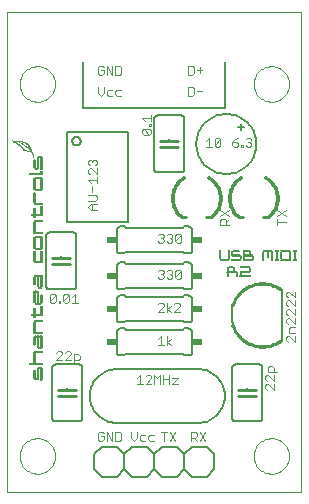
<source format=gto>
G75*
%MOIN*%
%OFA0B0*%
%FSLAX24Y24*%
%IPPOS*%
%LPD*%
%AMOC8*
5,1,8,0,0,1.08239X$1,22.5*
%
%ADD10C,0.0030*%
%ADD11C,0.0000*%
%ADD12R,0.0075X0.0015*%
%ADD13R,0.0375X0.0015*%
%ADD14R,0.0315X0.0015*%
%ADD15R,0.0360X0.0015*%
%ADD16R,0.0345X0.0015*%
%ADD17R,0.0330X0.0015*%
%ADD18R,0.0060X0.0015*%
%ADD19R,0.0255X0.0015*%
%ADD20R,0.0225X0.0015*%
%ADD21R,0.0195X0.0015*%
%ADD22R,0.0165X0.0015*%
%ADD23R,0.0270X0.0015*%
%ADD24R,0.0300X0.0015*%
%ADD25R,0.0240X0.0015*%
%ADD26R,0.0210X0.0015*%
%ADD27R,0.0013X0.0403*%
%ADD28R,0.0013X0.0065*%
%ADD29R,0.0013X0.0078*%
%ADD30R,0.0013X0.0286*%
%ADD31R,0.0013X0.0273*%
%ADD32R,0.0013X0.0351*%
%ADD33R,0.0013X0.0091*%
%ADD34R,0.0013X0.0416*%
%ADD35R,0.0013X0.0299*%
%ADD36R,0.0013X0.0364*%
%ADD37R,0.0013X0.0377*%
%ADD38R,0.0013X0.0104*%
%ADD39R,0.0013X0.0429*%
%ADD40R,0.0013X0.0312*%
%ADD41R,0.0013X0.0377*%
%ADD42R,0.0013X0.0117*%
%ADD43R,0.0013X0.0442*%
%ADD44R,0.0013X0.0442*%
%ADD45R,0.0013X0.0325*%
%ADD46R,0.0013X0.0312*%
%ADD47R,0.0013X0.0390*%
%ADD48R,0.0013X0.0130*%
%ADD49R,0.0013X0.0455*%
%ADD50R,0.0013X0.0338*%
%ADD51R,0.0013X0.0143*%
%ADD52R,0.0013X0.0468*%
%ADD53R,0.0013X0.0429*%
%ADD54R,0.0013X0.0299*%
%ADD55R,0.0013X0.0026*%
%ADD56R,0.0013X0.0260*%
%ADD57R,0.0013X0.0052*%
%ADD58R,0.0013X0.0039*%
%ADD59R,0.0013X0.0052*%
%ADD60R,0.0013X0.0039*%
%ADD61R,0.0013X0.0013*%
%ADD62C,0.0080*%
%ADD63C,0.0050*%
%ADD64C,0.0060*%
%ADD65C,0.0100*%
%ADD66R,0.0340X0.0240*%
%ADD67C,0.0010*%
%ADD68C,0.0008*%
D10*
X001911Y004675D02*
X002105Y004868D01*
X002105Y004917D01*
X002056Y004965D01*
X001959Y004965D01*
X001911Y004917D01*
X001911Y004675D02*
X002105Y004675D01*
X002206Y004675D02*
X002399Y004868D01*
X002399Y004917D01*
X002351Y004965D01*
X002254Y004965D01*
X002206Y004917D01*
X002206Y004675D02*
X002399Y004675D01*
X002500Y004675D02*
X002645Y004675D01*
X002694Y004723D01*
X002694Y004820D01*
X002645Y004868D01*
X002500Y004868D01*
X002500Y004578D01*
X002528Y006595D02*
X002528Y006885D01*
X002432Y006788D01*
X002330Y006837D02*
X002137Y006643D01*
X002185Y006595D01*
X002282Y006595D01*
X002330Y006643D01*
X002330Y006837D01*
X002282Y006885D01*
X002185Y006885D01*
X002137Y006837D01*
X002137Y006643D01*
X002038Y006643D02*
X002038Y006595D01*
X001990Y006595D01*
X001990Y006643D01*
X002038Y006643D01*
X001888Y006643D02*
X001888Y006837D01*
X001695Y006643D01*
X001743Y006595D01*
X001840Y006595D01*
X001888Y006643D01*
X001888Y006837D02*
X001840Y006885D01*
X001743Y006885D01*
X001695Y006837D01*
X001695Y006643D01*
X002432Y006595D02*
X002625Y006595D01*
X003070Y009695D02*
X002973Y009792D01*
X003070Y009888D01*
X003263Y009888D01*
X003215Y009990D02*
X003263Y010038D01*
X003263Y010135D01*
X003215Y010183D01*
X002973Y010183D01*
X002973Y009990D02*
X003215Y009990D01*
X003118Y009888D02*
X003118Y009695D01*
X003070Y009695D02*
X003263Y009695D01*
X003118Y010284D02*
X003118Y010478D01*
X003070Y010579D02*
X002973Y010676D01*
X003263Y010676D01*
X003263Y010772D02*
X003263Y010579D01*
X003263Y010874D02*
X003070Y011067D01*
X003022Y011067D01*
X002973Y011019D01*
X002973Y010922D01*
X003022Y010874D01*
X003263Y010874D02*
X003263Y011067D01*
X003215Y011168D02*
X003263Y011217D01*
X003263Y011313D01*
X003215Y011362D01*
X003167Y011362D01*
X003118Y011313D01*
X003118Y011265D01*
X003118Y011313D02*
X003070Y011362D01*
X003022Y011362D01*
X002973Y011313D01*
X002973Y011217D01*
X003022Y011168D01*
X003392Y013495D02*
X003295Y013592D01*
X003295Y013785D01*
X003488Y013592D02*
X003392Y013495D01*
X003488Y013592D02*
X003488Y013785D01*
X003590Y013640D02*
X003590Y013543D01*
X003638Y013495D01*
X003783Y013495D01*
X003884Y013543D02*
X003884Y013640D01*
X003933Y013688D01*
X004078Y013688D01*
X004078Y013495D02*
X003933Y013495D01*
X003884Y013543D01*
X003783Y013688D02*
X003638Y013688D01*
X003590Y013640D01*
X003590Y014195D02*
X003590Y014485D01*
X003783Y014195D01*
X003783Y014485D01*
X003884Y014485D02*
X003884Y014195D01*
X004029Y014195D01*
X004078Y014243D01*
X004078Y014437D01*
X004029Y014485D01*
X003884Y014485D01*
X003488Y014437D02*
X003440Y014485D01*
X003343Y014485D01*
X003295Y014437D01*
X003295Y014243D01*
X003343Y014195D01*
X003440Y014195D01*
X003488Y014243D01*
X003488Y014340D01*
X003392Y014340D01*
X004775Y012734D02*
X005065Y012734D01*
X005065Y012830D02*
X005065Y012637D01*
X005065Y012538D02*
X005065Y012490D01*
X005017Y012490D01*
X005017Y012538D01*
X005065Y012538D01*
X005017Y012388D02*
X005065Y012340D01*
X005065Y012243D01*
X005017Y012195D01*
X004823Y012388D01*
X005017Y012388D01*
X005017Y012195D02*
X004823Y012195D01*
X004775Y012243D01*
X004775Y012340D01*
X004823Y012388D01*
X004872Y012637D02*
X004775Y012734D01*
X006295Y013495D02*
X006440Y013495D01*
X006488Y013543D01*
X006488Y013737D01*
X006440Y013785D01*
X006295Y013785D01*
X006295Y013495D01*
X006590Y013640D02*
X006783Y013640D01*
X006686Y014243D02*
X006686Y014437D01*
X006590Y014340D02*
X006783Y014340D01*
X006488Y014243D02*
X006488Y014437D01*
X006440Y014485D01*
X006295Y014485D01*
X006295Y014195D01*
X006440Y014195D01*
X006488Y014243D01*
X006992Y012085D02*
X006992Y011795D01*
X007088Y011795D02*
X006895Y011795D01*
X006895Y011988D02*
X006992Y012085D01*
X007190Y012037D02*
X007190Y011843D01*
X007383Y012037D01*
X007383Y011843D01*
X007335Y011795D01*
X007238Y011795D01*
X007190Y011843D01*
X007190Y012037D02*
X007238Y012085D01*
X007335Y012085D01*
X007383Y012037D01*
X007779Y011940D02*
X007779Y011843D01*
X007827Y011795D01*
X007924Y011795D01*
X007972Y011843D01*
X007972Y011892D01*
X007924Y011940D01*
X007779Y011940D01*
X007876Y012037D01*
X007972Y012085D01*
X008074Y011843D02*
X008122Y011843D01*
X008122Y011795D01*
X008074Y011795D01*
X008074Y011843D01*
X008221Y011843D02*
X008269Y011795D01*
X008366Y011795D01*
X008414Y011843D01*
X008414Y011892D01*
X008366Y011940D01*
X008318Y011940D01*
X008366Y011940D02*
X008414Y011988D01*
X008414Y012037D01*
X008366Y012085D01*
X008269Y012085D01*
X008221Y012037D01*
X007665Y009683D02*
X007375Y009490D01*
X007423Y009388D02*
X007520Y009388D01*
X007568Y009340D01*
X007568Y009195D01*
X007568Y009292D02*
X007665Y009388D01*
X007665Y009490D02*
X007375Y009683D01*
X007423Y009388D02*
X007375Y009340D01*
X007375Y009195D01*
X007665Y009195D01*
X006078Y008837D02*
X006078Y008643D01*
X006029Y008595D01*
X005933Y008595D01*
X005884Y008643D01*
X006078Y008837D01*
X006029Y008885D01*
X005933Y008885D01*
X005884Y008837D01*
X005884Y008643D01*
X005783Y008643D02*
X005735Y008595D01*
X005638Y008595D01*
X005590Y008643D01*
X005488Y008643D02*
X005440Y008595D01*
X005343Y008595D01*
X005295Y008643D01*
X005392Y008740D02*
X005440Y008740D01*
X005488Y008692D01*
X005488Y008643D01*
X005440Y008740D02*
X005488Y008788D01*
X005488Y008837D01*
X005440Y008885D01*
X005343Y008885D01*
X005295Y008837D01*
X005590Y008837D02*
X005638Y008885D01*
X005735Y008885D01*
X005783Y008837D01*
X005783Y008788D01*
X005735Y008740D01*
X005783Y008692D01*
X005783Y008643D01*
X005735Y008740D02*
X005686Y008740D01*
X005638Y007685D02*
X005590Y007637D01*
X005638Y007685D02*
X005735Y007685D01*
X005783Y007637D01*
X005783Y007588D01*
X005735Y007540D01*
X005783Y007492D01*
X005783Y007443D01*
X005735Y007395D01*
X005638Y007395D01*
X005590Y007443D01*
X005488Y007443D02*
X005440Y007395D01*
X005343Y007395D01*
X005295Y007443D01*
X005392Y007540D02*
X005440Y007540D01*
X005488Y007492D01*
X005488Y007443D01*
X005440Y007540D02*
X005488Y007588D01*
X005488Y007637D01*
X005440Y007685D01*
X005343Y007685D01*
X005295Y007637D01*
X005686Y007540D02*
X005735Y007540D01*
X005884Y007443D02*
X005884Y007637D01*
X005933Y007685D01*
X006029Y007685D01*
X006078Y007637D01*
X005884Y007443D01*
X005933Y007395D01*
X006029Y007395D01*
X006078Y007443D01*
X006078Y007637D01*
X005980Y006585D02*
X005884Y006585D01*
X005835Y006537D01*
X005735Y006488D02*
X005590Y006392D01*
X005735Y006295D01*
X005835Y006295D02*
X006029Y006488D01*
X006029Y006537D01*
X005980Y006585D01*
X006029Y006295D02*
X005835Y006295D01*
X005590Y006295D02*
X005590Y006585D01*
X005488Y006537D02*
X005440Y006585D01*
X005343Y006585D01*
X005295Y006537D01*
X005488Y006537D02*
X005488Y006488D01*
X005295Y006295D01*
X005488Y006295D01*
X005392Y005485D02*
X005392Y005195D01*
X005488Y005195D02*
X005295Y005195D01*
X005295Y005388D02*
X005392Y005485D01*
X005590Y005485D02*
X005590Y005195D01*
X005590Y005292D02*
X005735Y005388D01*
X005590Y005292D02*
X005735Y005195D01*
X005672Y004185D02*
X005672Y003895D01*
X005774Y003895D02*
X005967Y003895D01*
X005967Y004088D02*
X005774Y003895D01*
X005672Y004040D02*
X005479Y004040D01*
X005479Y003895D02*
X005479Y004185D01*
X005378Y004185D02*
X005378Y003895D01*
X005184Y003895D02*
X005184Y004185D01*
X005281Y004088D01*
X005378Y004185D01*
X005083Y004137D02*
X005035Y004185D01*
X004938Y004185D01*
X004890Y004137D01*
X005083Y004088D02*
X004890Y003895D01*
X005083Y003895D01*
X005083Y004088D02*
X005083Y004137D01*
X004788Y003895D02*
X004595Y003895D01*
X004692Y003895D02*
X004692Y004185D01*
X004595Y004088D01*
X004588Y002285D02*
X004588Y002092D01*
X004492Y001995D01*
X004395Y002092D01*
X004395Y002285D01*
X004078Y002237D02*
X004078Y002043D01*
X004029Y001995D01*
X003884Y001995D01*
X003884Y002285D01*
X004029Y002285D01*
X004078Y002237D01*
X003783Y002285D02*
X003783Y001995D01*
X003590Y002285D01*
X003590Y001995D01*
X003488Y002043D02*
X003488Y002140D01*
X003392Y002140D01*
X003488Y002043D02*
X003440Y001995D01*
X003343Y001995D01*
X003295Y002043D01*
X003295Y002237D01*
X003343Y002285D01*
X003440Y002285D01*
X003488Y002237D01*
X004690Y002140D02*
X004690Y002043D01*
X004738Y001995D01*
X004883Y001995D01*
X004984Y002043D02*
X004984Y002140D01*
X005033Y002188D01*
X005178Y002188D01*
X005178Y001995D02*
X005033Y001995D01*
X004984Y002043D01*
X004883Y002188D02*
X004738Y002188D01*
X004690Y002140D01*
X005395Y002285D02*
X005588Y002285D01*
X005492Y002285D02*
X005492Y001995D01*
X005690Y001995D02*
X005883Y002285D01*
X005690Y002285D02*
X005883Y001995D01*
X006395Y001995D02*
X006395Y002285D01*
X006540Y002285D01*
X006588Y002237D01*
X006588Y002140D01*
X006540Y002092D01*
X006395Y002092D01*
X006492Y002092D02*
X006588Y001995D01*
X006690Y001995D02*
X006883Y002285D01*
X006690Y002285D02*
X006883Y001995D01*
X005967Y004088D02*
X005774Y004088D01*
X008873Y004135D02*
X008873Y004038D01*
X008922Y003990D01*
X008922Y003888D02*
X008873Y003840D01*
X008873Y003743D01*
X008922Y003695D01*
X008922Y003888D02*
X008970Y003888D01*
X009163Y003695D01*
X009163Y003888D01*
X009163Y003990D02*
X008970Y004183D01*
X008922Y004183D01*
X008873Y004135D01*
X008970Y004284D02*
X008970Y004429D01*
X009018Y004478D01*
X009115Y004478D01*
X009163Y004429D01*
X009163Y004284D01*
X009260Y004284D02*
X008970Y004284D01*
X009163Y004183D02*
X009163Y003990D01*
X009623Y005295D02*
X009575Y005343D01*
X009575Y005440D01*
X009623Y005488D01*
X009672Y005488D01*
X009865Y005295D01*
X009865Y005488D01*
X009865Y005590D02*
X009672Y005590D01*
X009672Y005735D01*
X009720Y005783D01*
X009865Y005783D01*
X009865Y005884D02*
X009672Y006078D01*
X009623Y006078D01*
X009575Y006029D01*
X009575Y005933D01*
X009623Y005884D01*
X009623Y006179D02*
X009575Y006227D01*
X009575Y006324D01*
X009623Y006372D01*
X009672Y006372D01*
X009865Y006179D01*
X009865Y006372D01*
X009865Y006474D02*
X009672Y006667D01*
X009623Y006667D01*
X009575Y006619D01*
X009575Y006522D01*
X009623Y006474D01*
X009623Y006768D02*
X009575Y006817D01*
X009575Y006913D01*
X009623Y006962D01*
X009672Y006962D01*
X009865Y006768D01*
X009865Y006962D01*
X009865Y006667D02*
X009865Y006474D01*
X009865Y006078D02*
X009865Y005884D01*
X009275Y009195D02*
X009275Y009388D01*
X009275Y009292D02*
X009565Y009292D01*
X009565Y009490D02*
X009275Y009683D01*
X009275Y009490D02*
X009565Y009683D01*
D11*
X000280Y016280D02*
X000280Y000280D01*
X010080Y000280D01*
X010080Y016280D01*
X000280Y016280D01*
X000689Y013880D02*
X000691Y013928D01*
X000697Y013976D01*
X000707Y014023D01*
X000720Y014069D01*
X000738Y014114D01*
X000758Y014158D01*
X000783Y014200D01*
X000811Y014239D01*
X000841Y014276D01*
X000875Y014310D01*
X000912Y014342D01*
X000950Y014371D01*
X000991Y014396D01*
X001034Y014418D01*
X001079Y014436D01*
X001125Y014450D01*
X001172Y014461D01*
X001220Y014468D01*
X001268Y014471D01*
X001316Y014470D01*
X001364Y014465D01*
X001412Y014456D01*
X001458Y014444D01*
X001503Y014427D01*
X001547Y014407D01*
X001589Y014384D01*
X001629Y014357D01*
X001667Y014327D01*
X001702Y014294D01*
X001734Y014258D01*
X001764Y014220D01*
X001790Y014179D01*
X001812Y014136D01*
X001832Y014092D01*
X001847Y014047D01*
X001859Y014000D01*
X001867Y013952D01*
X001871Y013904D01*
X001871Y013856D01*
X001867Y013808D01*
X001859Y013760D01*
X001847Y013713D01*
X001832Y013668D01*
X001812Y013624D01*
X001790Y013581D01*
X001764Y013540D01*
X001734Y013502D01*
X001702Y013466D01*
X001667Y013433D01*
X001629Y013403D01*
X001589Y013376D01*
X001547Y013353D01*
X001503Y013333D01*
X001458Y013316D01*
X001412Y013304D01*
X001364Y013295D01*
X001316Y013290D01*
X001268Y013289D01*
X001220Y013292D01*
X001172Y013299D01*
X001125Y013310D01*
X001079Y013324D01*
X001034Y013342D01*
X000991Y013364D01*
X000950Y013389D01*
X000912Y013418D01*
X000875Y013450D01*
X000841Y013484D01*
X000811Y013521D01*
X000783Y013560D01*
X000758Y013602D01*
X000738Y013646D01*
X000720Y013691D01*
X000707Y013737D01*
X000697Y013784D01*
X000691Y013832D01*
X000689Y013880D01*
X000689Y001480D02*
X000691Y001528D01*
X000697Y001576D01*
X000707Y001623D01*
X000720Y001669D01*
X000738Y001714D01*
X000758Y001758D01*
X000783Y001800D01*
X000811Y001839D01*
X000841Y001876D01*
X000875Y001910D01*
X000912Y001942D01*
X000950Y001971D01*
X000991Y001996D01*
X001034Y002018D01*
X001079Y002036D01*
X001125Y002050D01*
X001172Y002061D01*
X001220Y002068D01*
X001268Y002071D01*
X001316Y002070D01*
X001364Y002065D01*
X001412Y002056D01*
X001458Y002044D01*
X001503Y002027D01*
X001547Y002007D01*
X001589Y001984D01*
X001629Y001957D01*
X001667Y001927D01*
X001702Y001894D01*
X001734Y001858D01*
X001764Y001820D01*
X001790Y001779D01*
X001812Y001736D01*
X001832Y001692D01*
X001847Y001647D01*
X001859Y001600D01*
X001867Y001552D01*
X001871Y001504D01*
X001871Y001456D01*
X001867Y001408D01*
X001859Y001360D01*
X001847Y001313D01*
X001832Y001268D01*
X001812Y001224D01*
X001790Y001181D01*
X001764Y001140D01*
X001734Y001102D01*
X001702Y001066D01*
X001667Y001033D01*
X001629Y001003D01*
X001589Y000976D01*
X001547Y000953D01*
X001503Y000933D01*
X001458Y000916D01*
X001412Y000904D01*
X001364Y000895D01*
X001316Y000890D01*
X001268Y000889D01*
X001220Y000892D01*
X001172Y000899D01*
X001125Y000910D01*
X001079Y000924D01*
X001034Y000942D01*
X000991Y000964D01*
X000950Y000989D01*
X000912Y001018D01*
X000875Y001050D01*
X000841Y001084D01*
X000811Y001121D01*
X000783Y001160D01*
X000758Y001202D01*
X000738Y001246D01*
X000720Y001291D01*
X000707Y001337D01*
X000697Y001384D01*
X000691Y001432D01*
X000689Y001480D01*
X008489Y001480D02*
X008491Y001528D01*
X008497Y001576D01*
X008507Y001623D01*
X008520Y001669D01*
X008538Y001714D01*
X008558Y001758D01*
X008583Y001800D01*
X008611Y001839D01*
X008641Y001876D01*
X008675Y001910D01*
X008712Y001942D01*
X008750Y001971D01*
X008791Y001996D01*
X008834Y002018D01*
X008879Y002036D01*
X008925Y002050D01*
X008972Y002061D01*
X009020Y002068D01*
X009068Y002071D01*
X009116Y002070D01*
X009164Y002065D01*
X009212Y002056D01*
X009258Y002044D01*
X009303Y002027D01*
X009347Y002007D01*
X009389Y001984D01*
X009429Y001957D01*
X009467Y001927D01*
X009502Y001894D01*
X009534Y001858D01*
X009564Y001820D01*
X009590Y001779D01*
X009612Y001736D01*
X009632Y001692D01*
X009647Y001647D01*
X009659Y001600D01*
X009667Y001552D01*
X009671Y001504D01*
X009671Y001456D01*
X009667Y001408D01*
X009659Y001360D01*
X009647Y001313D01*
X009632Y001268D01*
X009612Y001224D01*
X009590Y001181D01*
X009564Y001140D01*
X009534Y001102D01*
X009502Y001066D01*
X009467Y001033D01*
X009429Y001003D01*
X009389Y000976D01*
X009347Y000953D01*
X009303Y000933D01*
X009258Y000916D01*
X009212Y000904D01*
X009164Y000895D01*
X009116Y000890D01*
X009068Y000889D01*
X009020Y000892D01*
X008972Y000899D01*
X008925Y000910D01*
X008879Y000924D01*
X008834Y000942D01*
X008791Y000964D01*
X008750Y000989D01*
X008712Y001018D01*
X008675Y001050D01*
X008641Y001084D01*
X008611Y001121D01*
X008583Y001160D01*
X008558Y001202D01*
X008538Y001246D01*
X008520Y001291D01*
X008507Y001337D01*
X008497Y001384D01*
X008491Y001432D01*
X008489Y001480D01*
X008489Y013880D02*
X008491Y013928D01*
X008497Y013976D01*
X008507Y014023D01*
X008520Y014069D01*
X008538Y014114D01*
X008558Y014158D01*
X008583Y014200D01*
X008611Y014239D01*
X008641Y014276D01*
X008675Y014310D01*
X008712Y014342D01*
X008750Y014371D01*
X008791Y014396D01*
X008834Y014418D01*
X008879Y014436D01*
X008925Y014450D01*
X008972Y014461D01*
X009020Y014468D01*
X009068Y014471D01*
X009116Y014470D01*
X009164Y014465D01*
X009212Y014456D01*
X009258Y014444D01*
X009303Y014427D01*
X009347Y014407D01*
X009389Y014384D01*
X009429Y014357D01*
X009467Y014327D01*
X009502Y014294D01*
X009534Y014258D01*
X009564Y014220D01*
X009590Y014179D01*
X009612Y014136D01*
X009632Y014092D01*
X009647Y014047D01*
X009659Y014000D01*
X009667Y013952D01*
X009671Y013904D01*
X009671Y013856D01*
X009667Y013808D01*
X009659Y013760D01*
X009647Y013713D01*
X009632Y013668D01*
X009612Y013624D01*
X009590Y013581D01*
X009564Y013540D01*
X009534Y013502D01*
X009502Y013466D01*
X009467Y013433D01*
X009429Y013403D01*
X009389Y013376D01*
X009347Y013353D01*
X009303Y013333D01*
X009258Y013316D01*
X009212Y013304D01*
X009164Y013295D01*
X009116Y013290D01*
X009068Y013289D01*
X009020Y013292D01*
X008972Y013299D01*
X008925Y013310D01*
X008879Y013324D01*
X008834Y013342D01*
X008791Y013364D01*
X008750Y013389D01*
X008712Y013418D01*
X008675Y013450D01*
X008641Y013484D01*
X008611Y013521D01*
X008583Y013560D01*
X008558Y013602D01*
X008538Y013646D01*
X008520Y013691D01*
X008507Y013737D01*
X008497Y013784D01*
X008491Y013832D01*
X008489Y013880D01*
D12*
X007775Y008260D03*
X007775Y008245D03*
X007775Y008230D03*
X007775Y008215D03*
X007775Y008200D03*
X007775Y008185D03*
X008075Y008110D03*
X008075Y008095D03*
X008075Y008080D03*
X008075Y008065D03*
X008075Y008050D03*
X008075Y008035D03*
X008365Y007715D03*
X008365Y007700D03*
X008365Y007685D03*
X008365Y007670D03*
X008365Y007655D03*
X008365Y007640D03*
X008065Y007565D03*
X008065Y007550D03*
X008065Y007535D03*
X008065Y007520D03*
X008065Y007505D03*
X008065Y007490D03*
X007925Y007490D03*
X007925Y007505D03*
X007925Y007520D03*
X007925Y007535D03*
X007925Y007550D03*
X007925Y007565D03*
X007925Y007475D03*
X007925Y007460D03*
X007925Y007445D03*
X007925Y007430D03*
X007625Y007430D03*
X007625Y007445D03*
X007625Y007460D03*
X007625Y007475D03*
X007625Y007490D03*
X007625Y007505D03*
X007625Y007520D03*
X007625Y007535D03*
X007625Y007550D03*
X007625Y007565D03*
X007625Y007640D03*
X007625Y007655D03*
X007625Y007670D03*
X007625Y007685D03*
X007625Y007700D03*
X007625Y007715D03*
X009710Y008035D03*
X009710Y008050D03*
X009710Y008065D03*
X009710Y008080D03*
X009710Y008095D03*
X009710Y008110D03*
X009710Y008125D03*
X009710Y008140D03*
X009710Y008155D03*
X009710Y008170D03*
X009710Y008185D03*
X009710Y008200D03*
X009710Y008215D03*
X009710Y008230D03*
X009710Y008245D03*
X009710Y008260D03*
X009860Y008260D03*
X009860Y008245D03*
X009860Y008230D03*
X009860Y008215D03*
X009860Y008200D03*
X009860Y008185D03*
X009860Y008170D03*
X009860Y008155D03*
X009860Y008140D03*
X009860Y008125D03*
X009860Y008110D03*
X009860Y008095D03*
X009860Y008080D03*
X009860Y008065D03*
X009860Y008050D03*
X009860Y008035D03*
D13*
X008215Y007475D03*
X008215Y007460D03*
X008215Y007445D03*
X008215Y007430D03*
X007775Y007580D03*
D14*
X007895Y007975D03*
X008185Y007775D03*
X008230Y007625D03*
X008215Y007610D03*
X008200Y007595D03*
X008185Y007580D03*
X008300Y007975D03*
X008300Y008170D03*
X009545Y008305D03*
X009545Y007975D03*
D15*
X009568Y008020D03*
X009568Y008275D03*
X008968Y008275D03*
X008323Y008125D03*
X008323Y008020D03*
X008208Y007730D03*
X007918Y008020D03*
X007768Y007595D03*
X007528Y008020D03*
D16*
X007760Y007610D03*
X007910Y008005D03*
X008200Y007745D03*
X008315Y008005D03*
X008315Y008140D03*
X009560Y008005D03*
D17*
X009553Y007990D03*
X009553Y008290D03*
X008968Y008290D03*
X008308Y008155D03*
X008308Y007990D03*
X008193Y007760D03*
X007903Y007990D03*
X007753Y007625D03*
X007528Y008005D03*
D18*
X007378Y008035D03*
X007378Y008050D03*
X007378Y008065D03*
X007378Y008080D03*
X007378Y008095D03*
X007378Y008110D03*
X007378Y008125D03*
X007378Y008140D03*
X007378Y008155D03*
X007378Y008170D03*
X007378Y008185D03*
X007378Y008200D03*
X007378Y008215D03*
X007378Y008230D03*
X007378Y008245D03*
X007378Y008260D03*
X007378Y008275D03*
X007378Y008290D03*
X007378Y008305D03*
X007378Y008320D03*
X007678Y008320D03*
X007678Y008305D03*
X007678Y008290D03*
X007678Y008275D03*
X007678Y008260D03*
X007678Y008245D03*
X007678Y008230D03*
X007678Y008215D03*
X007678Y008200D03*
X007678Y008185D03*
X007678Y008170D03*
X007678Y008155D03*
X007678Y008140D03*
X007678Y008125D03*
X007678Y008110D03*
X007678Y008095D03*
X007678Y008080D03*
X007678Y008065D03*
X007678Y008050D03*
X007678Y008035D03*
X007828Y007715D03*
X007828Y007700D03*
X007828Y007685D03*
X007828Y007670D03*
X007828Y007655D03*
X007828Y007640D03*
X008173Y008035D03*
X008173Y008050D03*
X008173Y008065D03*
X008173Y008080D03*
X008173Y008095D03*
X008173Y008110D03*
X008173Y008185D03*
X008173Y008200D03*
X008173Y008215D03*
X008173Y008230D03*
X008173Y008245D03*
X008173Y008260D03*
X008368Y008260D03*
X008368Y008245D03*
X008368Y008230D03*
X008368Y008215D03*
X008368Y008200D03*
X008368Y008185D03*
X008473Y008110D03*
X008473Y008095D03*
X008473Y008080D03*
X008473Y008065D03*
X008473Y008050D03*
X008473Y008035D03*
X008818Y008035D03*
X008818Y008050D03*
X008818Y008065D03*
X008818Y008080D03*
X008818Y008095D03*
X008818Y008110D03*
X008818Y008125D03*
X008818Y008140D03*
X008818Y008155D03*
X008818Y008170D03*
X008818Y008185D03*
X008818Y008200D03*
X008818Y008215D03*
X008818Y008230D03*
X008818Y008245D03*
X008818Y008260D03*
X008968Y008260D03*
X008968Y008245D03*
X008968Y008230D03*
X008968Y008215D03*
X008968Y008200D03*
X008968Y008185D03*
X008968Y008170D03*
X008968Y008155D03*
X008968Y008140D03*
X008968Y008125D03*
X008968Y008110D03*
X008968Y008095D03*
X008968Y008080D03*
X008818Y008020D03*
X008818Y008005D03*
X008818Y007990D03*
X008818Y007975D03*
X009118Y007975D03*
X009118Y007990D03*
X009118Y008005D03*
X009118Y008020D03*
X009118Y008035D03*
X009118Y008050D03*
X009118Y008065D03*
X009118Y008080D03*
X009118Y008095D03*
X009118Y008110D03*
X009118Y008125D03*
X009118Y008140D03*
X009118Y008155D03*
X009118Y008170D03*
X009118Y008185D03*
X009118Y008200D03*
X009118Y008215D03*
X009118Y008230D03*
X009118Y008245D03*
X009118Y008260D03*
X009268Y008260D03*
X009268Y008245D03*
X009268Y008230D03*
X009268Y008215D03*
X009268Y008200D03*
X009268Y008185D03*
X009268Y008170D03*
X009268Y008155D03*
X009268Y008140D03*
X009268Y008125D03*
X009268Y008110D03*
X009268Y008095D03*
X009268Y008080D03*
X009268Y008065D03*
X009268Y008050D03*
X009268Y008035D03*
X009418Y008035D03*
X009418Y008050D03*
X009418Y008065D03*
X009418Y008080D03*
X009418Y008095D03*
X009418Y008110D03*
X009418Y008125D03*
X009418Y008140D03*
X009418Y008155D03*
X009418Y008170D03*
X009418Y008185D03*
X009418Y008200D03*
X009418Y008215D03*
X009418Y008230D03*
X009418Y008245D03*
X009418Y008260D03*
D19*
X008270Y008275D03*
X007880Y008275D03*
X007730Y007730D03*
D20*
X007730Y007745D03*
X007895Y008305D03*
X008255Y008305D03*
D21*
X007730Y007760D03*
D22*
X007730Y007775D03*
X009260Y007975D03*
X009260Y007990D03*
X009260Y008005D03*
X009260Y008020D03*
X009260Y008275D03*
X009260Y008290D03*
X009260Y008305D03*
X009260Y008320D03*
X009860Y008320D03*
X009860Y008305D03*
X009860Y008290D03*
X009860Y008275D03*
X009860Y008020D03*
X009860Y008005D03*
X009860Y007990D03*
X009860Y007975D03*
D23*
X008968Y008320D03*
X007528Y007975D03*
D24*
X007528Y007990D03*
X007903Y008170D03*
X007918Y008155D03*
X007933Y008140D03*
X007948Y008125D03*
X008968Y008305D03*
X009538Y008320D03*
D25*
X008263Y008290D03*
X007888Y008290D03*
D26*
X007903Y008320D03*
X008248Y008320D03*
D27*
X001454Y008584D03*
X001194Y008584D03*
X001168Y009078D03*
X001220Y008103D03*
X001415Y008103D03*
X001428Y008103D03*
X001480Y007310D03*
X001298Y007310D03*
X001194Y006764D03*
X001155Y005750D03*
X001298Y005295D03*
X001480Y005295D03*
X001168Y004723D03*
X001350Y004255D03*
X001337Y004242D03*
X001324Y004229D03*
X001311Y004216D03*
X001298Y004203D03*
X001480Y004203D03*
X001220Y010053D03*
X001194Y010534D03*
X001454Y010534D03*
X001480Y011223D03*
X001350Y011275D03*
X001337Y011262D03*
X001324Y011249D03*
X001311Y011236D03*
X001298Y011223D03*
D28*
X001077Y011704D03*
X001363Y005074D03*
X001376Y005074D03*
X001389Y005074D03*
X001402Y005074D03*
X001402Y004554D03*
X001415Y004554D03*
X001428Y004554D03*
X001441Y004554D03*
X001454Y004554D03*
X001467Y004554D03*
X001480Y004554D03*
X001389Y004554D03*
X001376Y004554D03*
X001363Y004554D03*
X001350Y004554D03*
X001337Y004554D03*
X001324Y004554D03*
X001311Y004554D03*
X001298Y004554D03*
X001285Y004554D03*
X001272Y004554D03*
X001259Y004554D03*
X001246Y004554D03*
X001233Y004554D03*
X001142Y004554D03*
X001129Y004554D03*
X001116Y004554D03*
X001103Y004554D03*
X001090Y004554D03*
X001077Y004554D03*
X001064Y004554D03*
X001051Y004554D03*
X001038Y004554D03*
X001025Y004554D03*
X001233Y004034D03*
X001246Y004034D03*
X001259Y004034D03*
X001272Y004034D03*
D29*
X001363Y004418D03*
X001376Y004418D03*
X001389Y004418D03*
X001402Y004418D03*
X001402Y004938D03*
X001415Y004938D03*
X001428Y004938D03*
X001441Y004938D03*
X001454Y004938D03*
X001467Y004938D03*
X001480Y004938D03*
X001389Y004938D03*
X001376Y004938D03*
X001363Y004938D03*
X001350Y004938D03*
X001337Y004938D03*
X001324Y004938D03*
X001311Y004938D03*
X001298Y004938D03*
X001285Y004938D03*
X001272Y004938D03*
X001259Y004938D03*
X001246Y004938D03*
X001233Y004938D03*
X001233Y005458D03*
X001246Y005458D03*
X001259Y005458D03*
X001272Y005458D03*
X001363Y005458D03*
X001376Y005458D03*
X001389Y005458D03*
X001402Y005458D03*
X001402Y005588D03*
X001415Y005588D03*
X001428Y005588D03*
X001441Y005588D03*
X001454Y005588D03*
X001467Y005588D03*
X001480Y005588D03*
X001389Y005588D03*
X001376Y005588D03*
X001363Y005588D03*
X001350Y005588D03*
X001337Y005588D03*
X001324Y005588D03*
X001311Y005588D03*
X001298Y005588D03*
X001285Y005588D03*
X001272Y005588D03*
X001259Y005588D03*
X001246Y005588D03*
X001233Y005588D03*
X001233Y005978D03*
X001246Y005978D03*
X001259Y005978D03*
X001272Y005978D03*
X001285Y005978D03*
X001298Y005978D03*
X001311Y005978D03*
X001324Y005978D03*
X001337Y005978D03*
X001350Y005978D03*
X001363Y005978D03*
X001376Y005978D03*
X001389Y005978D03*
X001402Y005978D03*
X001415Y005978D03*
X001428Y005978D03*
X001441Y005978D03*
X001454Y005978D03*
X001467Y005978D03*
X001480Y005978D03*
X001402Y006563D03*
X001389Y006563D03*
X001376Y006563D03*
X001363Y006563D03*
X001272Y006563D03*
X001259Y006563D03*
X001246Y006563D03*
X001233Y006563D03*
X001233Y006953D03*
X001246Y006953D03*
X001259Y006953D03*
X001272Y006953D03*
X001363Y007083D03*
X001376Y007083D03*
X001389Y007083D03*
X001402Y007083D03*
X001402Y007473D03*
X001389Y007473D03*
X001376Y007473D03*
X001363Y007473D03*
X001272Y007473D03*
X001259Y007473D03*
X001246Y007473D03*
X001233Y007473D03*
X001233Y007941D03*
X001246Y007941D03*
X001259Y007941D03*
X001272Y007941D03*
X001285Y007941D03*
X001298Y007941D03*
X001311Y007941D03*
X001324Y007941D03*
X001337Y007941D03*
X001350Y007941D03*
X001363Y007941D03*
X001376Y007941D03*
X001389Y007941D03*
X001402Y007941D03*
X001402Y008396D03*
X001389Y008396D03*
X001376Y008396D03*
X001363Y008396D03*
X001350Y008396D03*
X001337Y008396D03*
X001324Y008396D03*
X001311Y008396D03*
X001298Y008396D03*
X001285Y008396D03*
X001272Y008396D03*
X001259Y008396D03*
X001246Y008396D03*
X001233Y008396D03*
X001233Y008786D03*
X001246Y008786D03*
X001259Y008786D03*
X001272Y008786D03*
X001285Y008786D03*
X001298Y008786D03*
X001311Y008786D03*
X001324Y008786D03*
X001337Y008786D03*
X001350Y008786D03*
X001363Y008786D03*
X001376Y008786D03*
X001389Y008786D03*
X001402Y008786D03*
X001402Y008916D03*
X001415Y008916D03*
X001428Y008916D03*
X001441Y008916D03*
X001454Y008916D03*
X001467Y008916D03*
X001480Y008916D03*
X001389Y008916D03*
X001376Y008916D03*
X001363Y008916D03*
X001350Y008916D03*
X001337Y008916D03*
X001324Y008916D03*
X001311Y008916D03*
X001298Y008916D03*
X001285Y008916D03*
X001272Y008916D03*
X001259Y008916D03*
X001246Y008916D03*
X001233Y008916D03*
X001233Y009306D03*
X001246Y009306D03*
X001259Y009306D03*
X001272Y009306D03*
X001285Y009306D03*
X001298Y009306D03*
X001311Y009306D03*
X001324Y009306D03*
X001337Y009306D03*
X001350Y009306D03*
X001363Y009306D03*
X001376Y009306D03*
X001389Y009306D03*
X001402Y009306D03*
X001415Y009306D03*
X001428Y009306D03*
X001441Y009306D03*
X001454Y009306D03*
X001467Y009306D03*
X001480Y009306D03*
X001402Y009501D03*
X001389Y009501D03*
X001376Y009501D03*
X001363Y009501D03*
X001350Y009501D03*
X001337Y009501D03*
X001324Y009501D03*
X001311Y009501D03*
X001298Y009501D03*
X001285Y009501D03*
X001272Y009501D03*
X001259Y009501D03*
X001246Y009501D03*
X001233Y009501D03*
X001142Y009501D03*
X001129Y009501D03*
X001116Y009501D03*
X001103Y009501D03*
X001090Y009501D03*
X001233Y009891D03*
X001246Y009891D03*
X001259Y009891D03*
X001272Y009891D03*
X001285Y009891D03*
X001298Y009891D03*
X001311Y009891D03*
X001324Y009891D03*
X001337Y009891D03*
X001350Y009891D03*
X001363Y009891D03*
X001376Y009891D03*
X001389Y009891D03*
X001402Y009891D03*
X001415Y009891D03*
X001428Y009891D03*
X001441Y009891D03*
X001454Y009891D03*
X001467Y009891D03*
X001480Y009891D03*
X001402Y010346D03*
X001389Y010346D03*
X001376Y010346D03*
X001363Y010346D03*
X001350Y010346D03*
X001337Y010346D03*
X001324Y010346D03*
X001311Y010346D03*
X001298Y010346D03*
X001285Y010346D03*
X001272Y010346D03*
X001259Y010346D03*
X001246Y010346D03*
X001233Y010346D03*
X001233Y010736D03*
X001246Y010736D03*
X001259Y010736D03*
X001272Y010736D03*
X001285Y010736D03*
X001298Y010736D03*
X001311Y010736D03*
X001324Y010736D03*
X001337Y010736D03*
X001350Y010736D03*
X001363Y010736D03*
X001376Y010736D03*
X001389Y010736D03*
X001402Y010736D03*
X001402Y010866D03*
X001389Y010866D03*
X001376Y010866D03*
X001363Y010866D03*
X001350Y010866D03*
X001337Y010866D03*
X001324Y010866D03*
X001311Y010866D03*
X001298Y010866D03*
X001285Y010866D03*
X001272Y010866D03*
X001259Y010866D03*
X001246Y010866D03*
X001233Y010866D03*
X001220Y010866D03*
X001207Y010866D03*
X001194Y010866D03*
X001181Y010866D03*
X001168Y010866D03*
X001155Y010866D03*
X001142Y010866D03*
X001129Y010866D03*
X001116Y010866D03*
X001103Y010866D03*
X001090Y010866D03*
X001077Y010866D03*
X001064Y010866D03*
X001051Y010866D03*
X001038Y010866D03*
X001025Y010866D03*
X001233Y011061D03*
X001246Y011061D03*
X001259Y011061D03*
X001272Y011061D03*
X001363Y011451D03*
X001376Y011451D03*
X001389Y011451D03*
X001402Y011451D03*
X001168Y011464D03*
D30*
X001168Y011216D03*
X001480Y009656D03*
X001168Y007316D03*
X001467Y006719D03*
X001480Y006341D03*
X001181Y005315D03*
X001168Y004196D03*
D31*
X001155Y004203D03*
X001168Y005308D03*
X001480Y006725D03*
X001155Y007310D03*
X001155Y011223D03*
D32*
X001168Y010534D03*
X001480Y010534D03*
X001168Y010079D03*
X001168Y008584D03*
X001480Y008584D03*
X001480Y008129D03*
X001168Y008129D03*
X001168Y006764D03*
X001415Y006309D03*
D33*
X001402Y006179D03*
X001389Y006179D03*
X001376Y006179D03*
X001363Y006179D03*
X001350Y006179D03*
X001337Y006179D03*
X001324Y006179D03*
X001311Y006179D03*
X001298Y006179D03*
X001285Y006179D03*
X001272Y006179D03*
X001259Y006179D03*
X001246Y006179D03*
X001233Y006179D03*
X001142Y006179D03*
X001129Y006179D03*
X001116Y006179D03*
X001103Y006179D03*
X001090Y006179D03*
X001480Y010924D03*
D34*
X001467Y011230D03*
X001181Y009085D03*
X001311Y007304D03*
X001467Y007304D03*
X001350Y006731D03*
X001168Y005756D03*
X001311Y005289D03*
X001467Y005289D03*
X001181Y004730D03*
X001467Y004210D03*
D35*
X001181Y004190D03*
X001194Y005321D03*
X001467Y006335D03*
X001454Y006712D03*
X001467Y009650D03*
X001181Y011210D03*
D36*
X001181Y010073D03*
X001181Y008123D03*
X001467Y008123D03*
D37*
X001467Y008584D03*
X001181Y008584D03*
X001181Y006764D03*
X001181Y010534D03*
X001467Y010534D03*
D38*
X001467Y010918D03*
X001155Y011490D03*
X001090Y011659D03*
D39*
X001454Y011236D03*
X001441Y010534D03*
X001207Y010534D03*
X001194Y009091D03*
X001207Y008584D03*
X001441Y008584D03*
X001454Y007297D03*
X001324Y007297D03*
X001207Y006764D03*
X001324Y005282D03*
X001454Y005282D03*
X001194Y004736D03*
X001454Y004216D03*
D40*
X001194Y004184D03*
X001207Y005328D03*
X001454Y006329D03*
X001454Y009644D03*
X001194Y011204D03*
D41*
X001194Y010066D03*
X001194Y008116D03*
X001454Y008116D03*
D42*
X001454Y010911D03*
D43*
X001441Y011243D03*
X001207Y009098D03*
X001207Y004743D03*
X001441Y004223D03*
D44*
X001441Y005276D03*
X001337Y005276D03*
X001194Y005770D03*
X001324Y006745D03*
X001337Y007291D03*
X001441Y007291D03*
D45*
X001207Y007336D03*
X001155Y006764D03*
X001428Y006699D03*
X001441Y006322D03*
X001220Y005334D03*
X001207Y004177D03*
X001155Y008584D03*
X001441Y009637D03*
X001155Y010534D03*
X001207Y011197D03*
D46*
X001194Y007330D03*
X001441Y006706D03*
D47*
X001285Y007317D03*
X001207Y008110D03*
X001441Y008110D03*
X001155Y009072D03*
X001207Y010060D03*
X001285Y011217D03*
X001285Y005302D03*
X001155Y004717D03*
X001285Y004197D03*
D48*
X001441Y010905D03*
D49*
X001428Y011249D03*
X001428Y010534D03*
X001220Y010534D03*
X001220Y009104D03*
X001220Y008584D03*
X001428Y008584D03*
X001428Y007284D03*
X001350Y007284D03*
X001311Y006751D03*
X001220Y006764D03*
X001207Y005776D03*
X001350Y005269D03*
X001415Y005269D03*
X001428Y005269D03*
X001220Y004749D03*
X001415Y004229D03*
X001428Y004229D03*
D50*
X001220Y004171D03*
X001220Y006251D03*
X001207Y006251D03*
X001194Y006251D03*
X001181Y006251D03*
X001168Y006251D03*
X001155Y006251D03*
X001428Y006316D03*
X001415Y006693D03*
X001220Y007343D03*
X001155Y008136D03*
X001155Y009566D03*
X001168Y009566D03*
X001181Y009566D03*
X001194Y009566D03*
X001207Y009566D03*
X001220Y009566D03*
X001415Y009631D03*
X001428Y009631D03*
X001155Y010086D03*
X001220Y011191D03*
D51*
X001415Y010898D03*
X001428Y010898D03*
D52*
X001415Y011256D03*
X001415Y010541D03*
X001415Y008591D03*
X001415Y007278D03*
X001298Y006758D03*
X001285Y006758D03*
X001220Y005783D03*
D53*
X001181Y005763D03*
X001337Y006738D03*
D54*
X001181Y007323D03*
D55*
X001181Y011425D03*
X001064Y011620D03*
X001051Y011620D03*
X001038Y011620D03*
X001025Y011620D03*
X001012Y011620D03*
X000999Y011620D03*
X000986Y011620D03*
X000973Y011620D03*
X000960Y011620D03*
X000947Y011633D03*
X000934Y011633D03*
X000921Y011633D03*
X000908Y011646D03*
X000895Y011646D03*
X000882Y011659D03*
X000869Y011671D03*
X000830Y011698D03*
X000817Y011711D03*
X000804Y011724D03*
X000791Y011736D03*
X000778Y011750D03*
X000739Y011789D03*
X000726Y011801D03*
X000713Y011815D03*
X000700Y011828D03*
X000687Y011841D03*
X000661Y011854D03*
X000648Y011866D03*
X000635Y011880D03*
X000609Y011893D03*
X000596Y011906D03*
X000583Y011919D03*
X000570Y011919D03*
X000570Y011958D03*
X000583Y011958D03*
X000596Y011958D03*
X000609Y011958D03*
X000622Y011958D03*
X000635Y011958D03*
X000648Y011958D03*
X000661Y011958D03*
X000674Y011958D03*
X000687Y011958D03*
X000713Y011945D03*
X000726Y011945D03*
X000739Y011945D03*
X000752Y011945D03*
X000765Y011945D03*
X000778Y011931D03*
X000791Y011931D03*
X000804Y011931D03*
X000830Y011919D03*
X000843Y011919D03*
X000856Y011919D03*
X000869Y011906D03*
X000882Y011906D03*
X000908Y011893D03*
X000934Y011880D03*
X000960Y011866D03*
X000973Y011854D03*
X000986Y011841D03*
X000947Y011763D03*
X000960Y011750D03*
X000986Y011736D03*
X000999Y011724D03*
X001012Y011711D03*
X001025Y011698D03*
X001038Y011685D03*
X001051Y011671D03*
X001064Y011659D03*
X000908Y011789D03*
X000869Y011815D03*
X000804Y011854D03*
X000505Y011958D03*
X000492Y011958D03*
D56*
X001155Y005302D03*
D57*
X001142Y011542D03*
X001103Y011620D03*
X001064Y011750D03*
X001051Y011776D03*
X000557Y011945D03*
X000544Y011945D03*
D58*
X000531Y011951D03*
X000518Y011951D03*
X000622Y011886D03*
X000674Y011847D03*
X000752Y011782D03*
X000765Y011769D03*
X000843Y011691D03*
X000921Y011886D03*
X000895Y011899D03*
X000817Y011925D03*
X000700Y011951D03*
X000999Y011834D03*
X001012Y011821D03*
X001038Y011795D03*
X001116Y011600D03*
X001129Y011574D03*
D59*
X001077Y011633D03*
D60*
X001025Y011808D03*
X000947Y011873D03*
X000856Y011678D03*
D61*
X000934Y011769D03*
X000921Y011782D03*
X000895Y011795D03*
X000882Y011808D03*
X000856Y011821D03*
X000843Y011834D03*
X000830Y011834D03*
X000817Y011847D03*
X000791Y011860D03*
X000765Y011873D03*
X000752Y011873D03*
X000973Y011743D03*
X000479Y011964D03*
X000466Y011964D03*
D62*
X002256Y012276D02*
X002256Y009284D01*
X004304Y009284D01*
X004304Y012276D01*
X004294Y012276D02*
X002256Y012276D01*
X002439Y011980D02*
X002441Y012003D01*
X002447Y012026D01*
X002456Y012047D01*
X002469Y012067D01*
X002485Y012084D01*
X002503Y012098D01*
X002523Y012109D01*
X002545Y012117D01*
X002568Y012121D01*
X002592Y012121D01*
X002615Y012117D01*
X002637Y012109D01*
X002657Y012098D01*
X002675Y012084D01*
X002691Y012067D01*
X002704Y012047D01*
X002713Y012026D01*
X002719Y012003D01*
X002721Y011980D01*
X002719Y011957D01*
X002713Y011934D01*
X002704Y011913D01*
X002691Y011893D01*
X002675Y011876D01*
X002657Y011862D01*
X002637Y011851D01*
X002615Y011843D01*
X002592Y011839D01*
X002568Y011839D01*
X002545Y011843D01*
X002523Y011851D01*
X002503Y011862D01*
X002485Y011876D01*
X002469Y011893D01*
X002456Y011913D01*
X002447Y011934D01*
X002441Y011957D01*
X002439Y011980D01*
X002818Y013081D02*
X007542Y013081D01*
X007542Y014616D01*
X009430Y007005D02*
X009430Y005355D01*
X008030Y005430D02*
X007988Y005482D01*
X007949Y005536D01*
X007914Y005593D01*
X007881Y005651D01*
X007853Y005711D01*
X007827Y005773D01*
X007805Y005836D01*
X007787Y005901D01*
X007773Y005966D01*
X007763Y006032D01*
X007756Y006098D01*
X007753Y006165D01*
X007754Y006232D01*
X007759Y006298D01*
X007768Y006364D01*
X007780Y006430D01*
X007796Y006491D01*
X007814Y006551D01*
X007836Y006609D01*
X007861Y006667D01*
X007889Y006723D01*
X007920Y006778D01*
X007954Y006830D01*
X007991Y006881D01*
X008030Y006930D01*
X007780Y006430D02*
X007768Y006368D01*
X007760Y006306D01*
X007755Y006243D01*
X007753Y006180D01*
X007755Y006117D01*
X007760Y006054D01*
X007768Y005992D01*
X007780Y005930D01*
X006630Y004380D02*
X003930Y004380D01*
X003871Y004378D01*
X003813Y004372D01*
X003754Y004363D01*
X003697Y004349D01*
X003641Y004332D01*
X003586Y004311D01*
X003532Y004287D01*
X003480Y004259D01*
X003430Y004228D01*
X003382Y004194D01*
X003337Y004157D01*
X003294Y004116D01*
X003253Y004073D01*
X003216Y004028D01*
X003182Y003980D01*
X003151Y003930D01*
X003123Y003878D01*
X003099Y003824D01*
X003078Y003769D01*
X003061Y003713D01*
X003047Y003656D01*
X003038Y003597D01*
X003032Y003539D01*
X003030Y003480D01*
X003032Y003421D01*
X003038Y003363D01*
X003047Y003304D01*
X003061Y003247D01*
X003078Y003191D01*
X003099Y003136D01*
X003123Y003082D01*
X003151Y003030D01*
X003182Y002980D01*
X003216Y002932D01*
X003253Y002887D01*
X003294Y002844D01*
X003337Y002803D01*
X003382Y002766D01*
X003430Y002732D01*
X003480Y002701D01*
X003532Y002673D01*
X003586Y002649D01*
X003641Y002628D01*
X003697Y002611D01*
X003754Y002597D01*
X003813Y002588D01*
X003871Y002582D01*
X003930Y002580D01*
X006630Y002580D01*
X006689Y002582D01*
X006747Y002588D01*
X006806Y002597D01*
X006863Y002611D01*
X006919Y002628D01*
X006974Y002649D01*
X007028Y002673D01*
X007080Y002701D01*
X007130Y002732D01*
X007178Y002766D01*
X007223Y002803D01*
X007266Y002844D01*
X007307Y002887D01*
X007344Y002932D01*
X007378Y002980D01*
X007409Y003030D01*
X007437Y003082D01*
X007461Y003136D01*
X007482Y003191D01*
X007499Y003247D01*
X007513Y003304D01*
X007522Y003363D01*
X007528Y003421D01*
X007530Y003480D01*
X007528Y003539D01*
X007522Y003597D01*
X007513Y003656D01*
X007499Y003713D01*
X007482Y003769D01*
X007461Y003824D01*
X007437Y003878D01*
X007409Y003930D01*
X007378Y003980D01*
X007344Y004028D01*
X007307Y004073D01*
X007266Y004116D01*
X007223Y004157D01*
X007178Y004194D01*
X007130Y004228D01*
X007080Y004259D01*
X007028Y004287D01*
X006974Y004311D01*
X006919Y004332D01*
X006863Y004349D01*
X006806Y004363D01*
X006747Y004372D01*
X006689Y004378D01*
X006630Y004380D01*
X002818Y013081D02*
X002818Y014616D01*
D63*
X004294Y012286D02*
X004294Y012276D01*
D64*
X005180Y012730D02*
X005180Y011030D01*
X005182Y011013D01*
X005186Y010996D01*
X005193Y010980D01*
X005203Y010966D01*
X005216Y010953D01*
X005230Y010943D01*
X005246Y010936D01*
X005263Y010932D01*
X005280Y010930D01*
X006080Y010930D01*
X006097Y010932D01*
X006114Y010936D01*
X006130Y010943D01*
X006144Y010953D01*
X006157Y010966D01*
X006167Y010980D01*
X006174Y010996D01*
X006178Y011013D01*
X006180Y011030D01*
X006180Y012730D01*
X006178Y012747D01*
X006174Y012764D01*
X006167Y012780D01*
X006157Y012794D01*
X006144Y012807D01*
X006130Y012817D01*
X006114Y012824D01*
X006097Y012828D01*
X006080Y012830D01*
X005280Y012830D01*
X005263Y012828D01*
X005246Y012824D01*
X005230Y012817D01*
X005216Y012807D01*
X005203Y012794D01*
X005193Y012780D01*
X005186Y012764D01*
X005182Y012747D01*
X005180Y012730D01*
X005680Y012030D02*
X005680Y011980D01*
X005680Y011780D02*
X005680Y011730D01*
X006180Y009130D02*
X006330Y009130D01*
X006347Y009128D01*
X006364Y009124D01*
X006380Y009117D01*
X006394Y009107D01*
X006407Y009094D01*
X006417Y009080D01*
X006424Y009064D01*
X006428Y009047D01*
X006430Y009030D01*
X006430Y008330D01*
X006428Y008313D01*
X006424Y008296D01*
X006417Y008280D01*
X006407Y008266D01*
X006394Y008253D01*
X006380Y008243D01*
X006364Y008236D01*
X006347Y008232D01*
X006330Y008230D01*
X006180Y008230D01*
X006130Y008280D01*
X004230Y008280D01*
X004180Y008230D01*
X004030Y008230D01*
X004013Y008232D01*
X003996Y008236D01*
X003980Y008243D01*
X003966Y008253D01*
X003953Y008266D01*
X003943Y008280D01*
X003936Y008296D01*
X003932Y008313D01*
X003930Y008330D01*
X003930Y009030D01*
X003932Y009047D01*
X003936Y009064D01*
X003943Y009080D01*
X003953Y009094D01*
X003966Y009107D01*
X003980Y009117D01*
X003996Y009124D01*
X004013Y009128D01*
X004030Y009130D01*
X004180Y009130D01*
X004230Y009080D01*
X006130Y009080D01*
X006180Y009130D01*
X006180Y007930D02*
X006330Y007930D01*
X006347Y007928D01*
X006364Y007924D01*
X006380Y007917D01*
X006394Y007907D01*
X006407Y007894D01*
X006417Y007880D01*
X006424Y007864D01*
X006428Y007847D01*
X006430Y007830D01*
X006430Y007130D01*
X006428Y007113D01*
X006424Y007096D01*
X006417Y007080D01*
X006407Y007066D01*
X006394Y007053D01*
X006380Y007043D01*
X006364Y007036D01*
X006347Y007032D01*
X006330Y007030D01*
X006180Y007030D01*
X006130Y007080D01*
X004230Y007080D01*
X004180Y007030D01*
X004030Y007030D01*
X004013Y007032D01*
X003996Y007036D01*
X003980Y007043D01*
X003966Y007053D01*
X003953Y007066D01*
X003943Y007080D01*
X003936Y007096D01*
X003932Y007113D01*
X003930Y007130D01*
X003930Y007830D01*
X003932Y007847D01*
X003936Y007864D01*
X003943Y007880D01*
X003953Y007894D01*
X003966Y007907D01*
X003980Y007917D01*
X003996Y007924D01*
X004013Y007928D01*
X004030Y007930D01*
X004180Y007930D01*
X004230Y007880D01*
X006130Y007880D01*
X006180Y007930D01*
X006180Y006830D02*
X006130Y006780D01*
X004230Y006780D01*
X004180Y006830D01*
X004030Y006830D01*
X004013Y006828D01*
X003996Y006824D01*
X003980Y006817D01*
X003966Y006807D01*
X003953Y006794D01*
X003943Y006780D01*
X003936Y006764D01*
X003932Y006747D01*
X003930Y006730D01*
X003930Y006030D01*
X003932Y006013D01*
X003936Y005996D01*
X003943Y005980D01*
X003953Y005966D01*
X003966Y005953D01*
X003980Y005943D01*
X003996Y005936D01*
X004013Y005932D01*
X004030Y005930D01*
X004180Y005930D01*
X004230Y005980D01*
X006130Y005980D01*
X006180Y005930D01*
X006330Y005930D01*
X006347Y005932D01*
X006364Y005936D01*
X006380Y005943D01*
X006394Y005953D01*
X006407Y005966D01*
X006417Y005980D01*
X006424Y005996D01*
X006428Y006013D01*
X006430Y006030D01*
X006430Y006730D01*
X006428Y006747D01*
X006424Y006764D01*
X006417Y006780D01*
X006407Y006794D01*
X006394Y006807D01*
X006380Y006817D01*
X006364Y006824D01*
X006347Y006828D01*
X006330Y006830D01*
X006180Y006830D01*
X006180Y005730D02*
X006130Y005680D01*
X004230Y005680D01*
X004180Y005730D01*
X004030Y005730D01*
X004013Y005728D01*
X003996Y005724D01*
X003980Y005717D01*
X003966Y005707D01*
X003953Y005694D01*
X003943Y005680D01*
X003936Y005664D01*
X003932Y005647D01*
X003930Y005630D01*
X003930Y004930D01*
X003932Y004913D01*
X003936Y004896D01*
X003943Y004880D01*
X003953Y004866D01*
X003966Y004853D01*
X003980Y004843D01*
X003996Y004836D01*
X004013Y004832D01*
X004030Y004830D01*
X004180Y004830D01*
X004230Y004880D01*
X006130Y004880D01*
X006180Y004830D01*
X006330Y004830D01*
X006347Y004832D01*
X006364Y004836D01*
X006380Y004843D01*
X006394Y004853D01*
X006407Y004866D01*
X006417Y004880D01*
X006424Y004896D01*
X006428Y004913D01*
X006430Y004930D01*
X006430Y005630D01*
X006428Y005647D01*
X006424Y005664D01*
X006417Y005680D01*
X006407Y005694D01*
X006394Y005707D01*
X006380Y005717D01*
X006364Y005724D01*
X006347Y005728D01*
X006330Y005730D01*
X006180Y005730D01*
X007780Y004430D02*
X007780Y002730D01*
X007782Y002713D01*
X007786Y002696D01*
X007793Y002680D01*
X007803Y002666D01*
X007816Y002653D01*
X007830Y002643D01*
X007846Y002636D01*
X007863Y002632D01*
X007880Y002630D01*
X008680Y002630D01*
X008697Y002632D01*
X008714Y002636D01*
X008730Y002643D01*
X008744Y002653D01*
X008757Y002666D01*
X008767Y002680D01*
X008774Y002696D01*
X008778Y002713D01*
X008780Y002730D01*
X008780Y004430D01*
X008778Y004447D01*
X008774Y004464D01*
X008767Y004480D01*
X008757Y004494D01*
X008744Y004507D01*
X008730Y004517D01*
X008714Y004524D01*
X008697Y004528D01*
X008680Y004530D01*
X007880Y004530D01*
X007863Y004528D01*
X007846Y004524D01*
X007830Y004517D01*
X007816Y004507D01*
X007803Y004494D01*
X007793Y004480D01*
X007786Y004464D01*
X007782Y004447D01*
X007780Y004430D01*
X008280Y003730D02*
X008280Y003680D01*
X008280Y003480D02*
X008280Y003430D01*
X006930Y001780D02*
X007180Y001530D01*
X007180Y001030D01*
X006930Y000780D01*
X006430Y000780D01*
X006180Y001030D01*
X005930Y000780D01*
X005430Y000780D01*
X005180Y001030D01*
X004930Y000780D01*
X004430Y000780D01*
X004180Y001030D01*
X003930Y000780D01*
X003430Y000780D01*
X003180Y001030D01*
X003180Y001530D01*
X003430Y001780D01*
X003930Y001780D01*
X004180Y001530D01*
X004430Y001780D01*
X004930Y001780D01*
X005180Y001530D01*
X005180Y001030D01*
X005180Y001530D02*
X005430Y001780D01*
X005930Y001780D01*
X006180Y001530D01*
X006430Y001780D01*
X006930Y001780D01*
X006180Y001530D02*
X006180Y001030D01*
X004180Y001030D02*
X004180Y001530D01*
X002780Y002730D02*
X002780Y004430D01*
X002778Y004447D01*
X002774Y004464D01*
X002767Y004480D01*
X002757Y004494D01*
X002744Y004507D01*
X002730Y004517D01*
X002714Y004524D01*
X002697Y004528D01*
X002680Y004530D01*
X001880Y004530D01*
X001863Y004528D01*
X001846Y004524D01*
X001830Y004517D01*
X001816Y004507D01*
X001803Y004494D01*
X001793Y004480D01*
X001786Y004464D01*
X001782Y004447D01*
X001780Y004430D01*
X001780Y002730D01*
X001782Y002713D01*
X001786Y002696D01*
X001793Y002680D01*
X001803Y002666D01*
X001816Y002653D01*
X001830Y002643D01*
X001846Y002636D01*
X001863Y002632D01*
X001880Y002630D01*
X002680Y002630D01*
X002697Y002632D01*
X002714Y002636D01*
X002730Y002643D01*
X002744Y002653D01*
X002757Y002666D01*
X002767Y002680D01*
X002774Y002696D01*
X002778Y002713D01*
X002780Y002730D01*
X002280Y003430D02*
X002280Y003480D01*
X002280Y003680D02*
X002280Y003730D01*
X002480Y007030D02*
X001680Y007030D01*
X001663Y007032D01*
X001646Y007036D01*
X001630Y007043D01*
X001616Y007053D01*
X001603Y007066D01*
X001593Y007080D01*
X001586Y007096D01*
X001582Y007113D01*
X001580Y007130D01*
X001580Y008830D01*
X001582Y008847D01*
X001586Y008864D01*
X001593Y008880D01*
X001603Y008894D01*
X001616Y008907D01*
X001630Y008917D01*
X001646Y008924D01*
X001663Y008928D01*
X001680Y008930D01*
X002480Y008930D01*
X002497Y008928D01*
X002514Y008924D01*
X002530Y008917D01*
X002544Y008907D01*
X002557Y008894D01*
X002567Y008880D01*
X002574Y008864D01*
X002578Y008847D01*
X002580Y008830D01*
X002580Y007130D01*
X002578Y007113D01*
X002574Y007096D01*
X002567Y007080D01*
X002557Y007066D01*
X002544Y007053D01*
X002530Y007043D01*
X002514Y007036D01*
X002497Y007032D01*
X002480Y007030D01*
X002080Y007830D02*
X002080Y007880D01*
X002080Y008080D02*
X002080Y008130D01*
X006580Y011880D02*
X006582Y011943D01*
X006588Y012005D01*
X006598Y012067D01*
X006611Y012129D01*
X006629Y012189D01*
X006650Y012248D01*
X006675Y012306D01*
X006704Y012362D01*
X006736Y012416D01*
X006771Y012468D01*
X006809Y012517D01*
X006851Y012565D01*
X006895Y012609D01*
X006943Y012651D01*
X006992Y012689D01*
X007044Y012724D01*
X007098Y012756D01*
X007154Y012785D01*
X007212Y012810D01*
X007271Y012831D01*
X007331Y012849D01*
X007393Y012862D01*
X007455Y012872D01*
X007517Y012878D01*
X007580Y012880D01*
X007643Y012878D01*
X007705Y012872D01*
X007767Y012862D01*
X007829Y012849D01*
X007889Y012831D01*
X007948Y012810D01*
X008006Y012785D01*
X008062Y012756D01*
X008116Y012724D01*
X008168Y012689D01*
X008217Y012651D01*
X008265Y012609D01*
X008309Y012565D01*
X008351Y012517D01*
X008389Y012468D01*
X008424Y012416D01*
X008456Y012362D01*
X008485Y012306D01*
X008510Y012248D01*
X008531Y012189D01*
X008549Y012129D01*
X008562Y012067D01*
X008572Y012005D01*
X008578Y011943D01*
X008580Y011880D01*
X008578Y011817D01*
X008572Y011755D01*
X008562Y011693D01*
X008549Y011631D01*
X008531Y011571D01*
X008510Y011512D01*
X008485Y011454D01*
X008456Y011398D01*
X008424Y011344D01*
X008389Y011292D01*
X008351Y011243D01*
X008309Y011195D01*
X008265Y011151D01*
X008217Y011109D01*
X008168Y011071D01*
X008116Y011036D01*
X008062Y011004D01*
X008006Y010975D01*
X007948Y010950D01*
X007889Y010929D01*
X007829Y010911D01*
X007767Y010898D01*
X007705Y010888D01*
X007643Y010882D01*
X007580Y010880D01*
X007517Y010882D01*
X007455Y010888D01*
X007393Y010898D01*
X007331Y010911D01*
X007271Y010929D01*
X007212Y010950D01*
X007154Y010975D01*
X007098Y011004D01*
X007044Y011036D01*
X006992Y011071D01*
X006943Y011109D01*
X006895Y011151D01*
X006851Y011195D01*
X006809Y011243D01*
X006771Y011292D01*
X006736Y011344D01*
X006704Y011398D01*
X006675Y011454D01*
X006650Y011512D01*
X006629Y011571D01*
X006611Y011631D01*
X006598Y011693D01*
X006588Y011755D01*
X006582Y011817D01*
X006580Y011880D01*
X007980Y012430D02*
X008080Y012430D01*
X008180Y012430D01*
X008080Y012430D02*
X008080Y012530D01*
X008080Y012430D02*
X008080Y012330D01*
D65*
X008150Y009460D02*
X007970Y009460D01*
X008790Y009460D02*
X008990Y009460D01*
X007090Y009460D02*
X006890Y009460D01*
X006250Y009460D02*
X006070Y009460D01*
X005980Y011780D02*
X005680Y011780D01*
X005380Y011780D01*
X005380Y011980D02*
X005680Y011980D01*
X005980Y011980D01*
X002380Y008080D02*
X002080Y008080D01*
X001780Y008080D01*
X001780Y007880D02*
X002080Y007880D01*
X002380Y007880D01*
X002280Y003680D02*
X001980Y003680D01*
X001980Y003480D02*
X002280Y003480D01*
X002580Y003480D01*
X002580Y003680D02*
X002280Y003680D01*
X007980Y003680D02*
X008280Y003680D01*
X008580Y003680D01*
X008580Y003480D02*
X008280Y003480D01*
X007980Y003480D01*
D66*
X006600Y005280D03*
X006600Y006380D03*
X006600Y007480D03*
X006600Y008680D03*
X003760Y008680D03*
X003760Y007480D03*
X003760Y006380D03*
X003760Y005280D03*
D67*
X007424Y010085D02*
X007334Y010085D01*
X007335Y010085D02*
X007333Y010139D01*
X007327Y010192D01*
X007317Y010245D01*
X007303Y010297D01*
X007286Y010348D01*
X007265Y010397D01*
X007241Y010445D01*
X007213Y010491D01*
X007182Y010535D01*
X007148Y010577D01*
X007112Y010616D01*
X007072Y010653D01*
X007030Y010686D01*
X006986Y010717D01*
X006940Y010744D01*
X006982Y010823D01*
X007031Y010795D01*
X007077Y010763D01*
X007122Y010728D01*
X007164Y010691D01*
X007204Y010650D01*
X007240Y010607D01*
X007274Y010562D01*
X007305Y010515D01*
X007332Y010465D01*
X007356Y010414D01*
X007377Y010362D01*
X007394Y010308D01*
X007407Y010253D01*
X007417Y010198D01*
X007423Y010141D01*
X007425Y010085D01*
X007416Y010085D01*
X007414Y010141D01*
X007408Y010196D01*
X007398Y010251D01*
X007385Y010306D01*
X007368Y010359D01*
X007348Y010411D01*
X007324Y010461D01*
X007297Y010510D01*
X007267Y010557D01*
X007233Y010602D01*
X007197Y010644D01*
X007158Y010684D01*
X007116Y010721D01*
X007072Y010756D01*
X007026Y010787D01*
X006978Y010815D01*
X006974Y010807D01*
X007021Y010779D01*
X007067Y010748D01*
X007110Y010714D01*
X007152Y010678D01*
X007190Y010638D01*
X007226Y010596D01*
X007259Y010552D01*
X007289Y010506D01*
X007316Y010457D01*
X007339Y010407D01*
X007360Y010356D01*
X007376Y010303D01*
X007389Y010250D01*
X007399Y010195D01*
X007405Y010140D01*
X007407Y010085D01*
X007398Y010085D01*
X007396Y010140D01*
X007390Y010194D01*
X007381Y010248D01*
X007368Y010301D01*
X007351Y010353D01*
X007331Y010404D01*
X007308Y010453D01*
X007281Y010501D01*
X007252Y010547D01*
X007219Y010591D01*
X007184Y010632D01*
X007145Y010671D01*
X007105Y010708D01*
X007062Y010741D01*
X007016Y010772D01*
X006969Y010799D01*
X006965Y010791D01*
X007012Y010764D01*
X007056Y010734D01*
X007099Y010701D01*
X007139Y010665D01*
X007177Y010626D01*
X007212Y010585D01*
X007244Y010542D01*
X007274Y010496D01*
X007300Y010449D01*
X007323Y010400D01*
X007343Y010350D01*
X007359Y010298D01*
X007372Y010246D01*
X007381Y010193D01*
X007387Y010139D01*
X007389Y010085D01*
X007380Y010085D01*
X007378Y010138D01*
X007372Y010191D01*
X007363Y010244D01*
X007350Y010296D01*
X007334Y010347D01*
X007315Y010397D01*
X007292Y010445D01*
X007266Y010492D01*
X007237Y010536D01*
X007205Y010579D01*
X007170Y010620D01*
X007133Y010658D01*
X007093Y010694D01*
X007051Y010727D01*
X007007Y010757D01*
X006961Y010784D01*
X006957Y010776D01*
X007002Y010749D01*
X007046Y010719D01*
X007087Y010687D01*
X007127Y010652D01*
X007164Y010614D01*
X007198Y010574D01*
X007230Y010531D01*
X007258Y010487D01*
X007284Y010441D01*
X007306Y010393D01*
X007326Y010344D01*
X007342Y010294D01*
X007354Y010242D01*
X007363Y010190D01*
X007369Y010138D01*
X007371Y010085D01*
X007362Y010085D01*
X007360Y010141D01*
X007353Y010196D01*
X007343Y010251D01*
X007329Y010305D01*
X007311Y010357D01*
X007290Y010409D01*
X007264Y010458D01*
X007236Y010506D01*
X007204Y010552D01*
X007169Y010595D01*
X007131Y010635D01*
X007090Y010673D01*
X007046Y010708D01*
X007000Y010739D01*
X006952Y010768D01*
X006948Y010760D01*
X006996Y010732D01*
X007041Y010701D01*
X007084Y010666D01*
X007124Y010629D01*
X007162Y010589D01*
X007197Y010546D01*
X007228Y010501D01*
X007257Y010454D01*
X007281Y010405D01*
X007303Y010354D01*
X007320Y010302D01*
X007334Y010249D01*
X007344Y010195D01*
X007351Y010140D01*
X007353Y010085D01*
X007344Y010085D01*
X007342Y010139D01*
X007336Y010193D01*
X007326Y010247D01*
X007312Y010299D01*
X007294Y010351D01*
X007273Y010401D01*
X007249Y010450D01*
X007221Y010496D01*
X007189Y010541D01*
X007155Y010583D01*
X007118Y010622D01*
X007078Y010659D01*
X007036Y010693D01*
X006991Y010724D01*
X006944Y010752D01*
X006157Y010811D02*
X006202Y010733D01*
X006201Y010733D02*
X006157Y010705D01*
X006115Y010674D01*
X006075Y010641D01*
X006037Y010605D01*
X006002Y010566D01*
X005970Y010525D01*
X005940Y010481D01*
X005914Y010436D01*
X005891Y010389D01*
X005871Y010341D01*
X005855Y010291D01*
X005842Y010241D01*
X005833Y010189D01*
X005827Y010137D01*
X005825Y010085D01*
X005736Y010084D01*
X005735Y010085D01*
X005737Y010140D01*
X005743Y010194D01*
X005752Y010249D01*
X005765Y010302D01*
X005781Y010354D01*
X005800Y010406D01*
X005823Y010456D01*
X005849Y010504D01*
X005878Y010551D01*
X005910Y010595D01*
X005945Y010638D01*
X005983Y010678D01*
X006023Y010715D01*
X006065Y010750D01*
X006110Y010782D01*
X006156Y010811D01*
X006161Y010803D01*
X006115Y010775D01*
X006071Y010743D01*
X006029Y010708D01*
X005989Y010671D01*
X005952Y010632D01*
X005917Y010590D01*
X005886Y010546D01*
X005857Y010500D01*
X005831Y010452D01*
X005809Y010402D01*
X005789Y010352D01*
X005773Y010300D01*
X005761Y010247D01*
X005752Y010193D01*
X005746Y010139D01*
X005744Y010085D01*
X005753Y010085D01*
X005755Y010139D01*
X005761Y010192D01*
X005770Y010245D01*
X005782Y010297D01*
X005798Y010349D01*
X005817Y010399D01*
X005839Y010448D01*
X005865Y010495D01*
X005893Y010541D01*
X005925Y010584D01*
X005959Y010626D01*
X005995Y010665D01*
X006035Y010702D01*
X006076Y010736D01*
X006120Y010767D01*
X006165Y010796D01*
X006170Y010788D01*
X006122Y010758D01*
X006076Y010724D01*
X006033Y010688D01*
X005992Y010648D01*
X005954Y010606D01*
X005919Y010562D01*
X005887Y010515D01*
X005859Y010466D01*
X005834Y010415D01*
X005812Y010362D01*
X005795Y010309D01*
X005781Y010254D01*
X005771Y010198D01*
X005764Y010142D01*
X005762Y010085D01*
X005771Y010085D01*
X005773Y010141D01*
X005779Y010197D01*
X005789Y010252D01*
X005803Y010306D01*
X005821Y010359D01*
X005842Y010411D01*
X005867Y010462D01*
X005895Y010510D01*
X005926Y010556D01*
X005961Y010601D01*
X005998Y010642D01*
X006039Y010681D01*
X006081Y010717D01*
X006127Y010750D01*
X006174Y010780D01*
X006179Y010772D01*
X006132Y010743D01*
X006087Y010710D01*
X006045Y010674D01*
X006005Y010636D01*
X005968Y010595D01*
X005933Y010551D01*
X005902Y010505D01*
X005875Y010457D01*
X005850Y010408D01*
X005829Y010356D01*
X005812Y010304D01*
X005798Y010250D01*
X005788Y010195D01*
X005782Y010140D01*
X005780Y010085D01*
X005789Y010085D01*
X005791Y010140D01*
X005797Y010194D01*
X005807Y010248D01*
X005821Y010301D01*
X005838Y010353D01*
X005858Y010404D01*
X005883Y010453D01*
X005910Y010500D01*
X005941Y010546D01*
X005974Y010589D01*
X006011Y010630D01*
X006051Y010668D01*
X006093Y010703D01*
X006137Y010735D01*
X006183Y010764D01*
X006188Y010756D01*
X006142Y010728D01*
X006098Y010696D01*
X006057Y010661D01*
X006018Y010623D01*
X005981Y010583D01*
X005948Y010541D01*
X005918Y010496D01*
X005890Y010449D01*
X005867Y010400D01*
X005846Y010350D01*
X005829Y010299D01*
X005816Y010246D01*
X005806Y010193D01*
X005800Y010139D01*
X005798Y010085D01*
X005807Y010085D01*
X005809Y010138D01*
X005815Y010192D01*
X005825Y010244D01*
X005838Y010296D01*
X005855Y010347D01*
X005875Y010397D01*
X005898Y010445D01*
X005925Y010491D01*
X005955Y010535D01*
X005988Y010577D01*
X006024Y010617D01*
X006063Y010654D01*
X006104Y010689D01*
X006147Y010720D01*
X006192Y010749D01*
X006197Y010741D01*
X006152Y010713D01*
X006109Y010682D01*
X006069Y010648D01*
X006031Y010611D01*
X005995Y010572D01*
X005963Y010530D01*
X005933Y010486D01*
X005906Y010440D01*
X005883Y010393D01*
X005863Y010344D01*
X005846Y010294D01*
X005833Y010242D01*
X005824Y010190D01*
X005818Y010138D01*
X005816Y010085D01*
X005736Y010076D02*
X005826Y010076D01*
X005825Y010075D02*
X005827Y010021D01*
X005833Y009968D01*
X005843Y009915D01*
X005857Y009863D01*
X005874Y009812D01*
X005895Y009762D01*
X005919Y009714D01*
X005947Y009668D01*
X005978Y009624D01*
X006012Y009583D01*
X006049Y009543D01*
X006088Y009507D01*
X006031Y009439D01*
X006030Y009438D01*
X005989Y009476D01*
X005951Y009516D01*
X005915Y009559D01*
X005882Y009604D01*
X005852Y009651D01*
X005826Y009699D01*
X005802Y009750D01*
X005782Y009802D01*
X005766Y009855D01*
X005752Y009909D01*
X005743Y009964D01*
X005737Y010019D01*
X005735Y010075D01*
X005744Y010075D01*
X005746Y010020D01*
X005752Y009965D01*
X005761Y009911D01*
X005774Y009857D01*
X005791Y009805D01*
X005810Y009753D01*
X005834Y009703D01*
X005860Y009655D01*
X005890Y009609D01*
X005922Y009564D01*
X005957Y009522D01*
X005996Y009482D01*
X006036Y009445D01*
X006042Y009452D01*
X006002Y009489D01*
X005964Y009528D01*
X005929Y009570D01*
X005897Y009614D01*
X005868Y009660D01*
X005842Y009708D01*
X005819Y009757D01*
X005799Y009808D01*
X005783Y009860D01*
X005770Y009913D01*
X005761Y009966D01*
X005755Y010021D01*
X005753Y010075D01*
X005762Y010075D01*
X005764Y010021D01*
X005770Y009968D01*
X005779Y009915D01*
X005792Y009862D01*
X005808Y009811D01*
X005827Y009760D01*
X005850Y009712D01*
X005875Y009664D01*
X005904Y009619D01*
X005936Y009575D01*
X005971Y009534D01*
X006008Y009495D01*
X006048Y009459D01*
X006054Y009466D01*
X006014Y009502D01*
X005977Y009540D01*
X005943Y009581D01*
X005912Y009624D01*
X005883Y009669D01*
X005858Y009716D01*
X005835Y009764D01*
X005816Y009814D01*
X005800Y009865D01*
X005788Y009916D01*
X005779Y009969D01*
X005773Y010022D01*
X005771Y010075D01*
X005780Y010075D01*
X005782Y010022D01*
X005788Y009970D01*
X005797Y009918D01*
X005809Y009867D01*
X005825Y009817D01*
X005844Y009767D01*
X005866Y009720D01*
X005891Y009673D01*
X005919Y009629D01*
X005950Y009587D01*
X005984Y009546D01*
X006021Y009508D01*
X006059Y009473D01*
X006065Y009479D01*
X006027Y009515D01*
X005991Y009552D01*
X005957Y009592D01*
X005927Y009634D01*
X005899Y009678D01*
X005874Y009724D01*
X005852Y009771D01*
X005833Y009820D01*
X005818Y009869D01*
X005805Y009920D01*
X005797Y009971D01*
X005791Y010023D01*
X005789Y010075D01*
X005798Y010075D01*
X005800Y010019D01*
X005807Y009964D01*
X005817Y009909D01*
X005831Y009855D01*
X005849Y009802D01*
X005871Y009751D01*
X005896Y009701D01*
X005925Y009653D01*
X005957Y009608D01*
X005992Y009565D01*
X006030Y009524D01*
X006071Y009486D01*
X006077Y009493D01*
X006036Y009530D01*
X005999Y009571D01*
X005964Y009613D01*
X005932Y009658D01*
X005904Y009706D01*
X005879Y009755D01*
X005857Y009806D01*
X005840Y009858D01*
X005826Y009911D01*
X005816Y009965D01*
X005809Y010020D01*
X005807Y010075D01*
X005816Y010075D01*
X005818Y010021D01*
X005824Y009967D01*
X005834Y009913D01*
X005848Y009860D01*
X005866Y009809D01*
X005887Y009759D01*
X005912Y009710D01*
X005940Y009663D01*
X005971Y009619D01*
X006005Y009577D01*
X006043Y009537D01*
X006083Y009500D01*
X007124Y009435D02*
X007067Y009504D01*
X007067Y009503D02*
X007107Y009540D01*
X007145Y009579D01*
X007179Y009621D01*
X007211Y009665D01*
X007239Y009711D01*
X007264Y009760D01*
X007285Y009810D01*
X007303Y009861D01*
X007316Y009914D01*
X007326Y009967D01*
X007333Y010021D01*
X007335Y010075D01*
X007424Y010076D01*
X007425Y010075D01*
X007423Y010019D01*
X007417Y009963D01*
X007407Y009908D01*
X007394Y009853D01*
X007377Y009800D01*
X007357Y009747D01*
X007333Y009696D01*
X007306Y009647D01*
X007275Y009600D01*
X007242Y009555D01*
X007206Y009512D01*
X007167Y009472D01*
X007125Y009434D01*
X007119Y009441D01*
X007160Y009478D01*
X007199Y009518D01*
X007235Y009560D01*
X007268Y009605D01*
X007298Y009652D01*
X007325Y009700D01*
X007348Y009751D01*
X007369Y009803D01*
X007385Y009856D01*
X007398Y009910D01*
X007408Y009964D01*
X007414Y010019D01*
X007416Y010075D01*
X007407Y010075D01*
X007405Y010020D01*
X007399Y009965D01*
X007390Y009911D01*
X007377Y009858D01*
X007360Y009806D01*
X007340Y009754D01*
X007317Y009705D01*
X007290Y009656D01*
X007261Y009610D01*
X007228Y009566D01*
X007192Y009524D01*
X007154Y009485D01*
X007113Y009448D01*
X007108Y009455D01*
X007148Y009491D01*
X007186Y009530D01*
X007221Y009572D01*
X007253Y009615D01*
X007283Y009661D01*
X007309Y009709D01*
X007332Y009758D01*
X007352Y009808D01*
X007368Y009860D01*
X007381Y009913D01*
X007390Y009967D01*
X007396Y010021D01*
X007398Y010075D01*
X007389Y010075D01*
X007387Y010021D01*
X007381Y009968D01*
X007372Y009915D01*
X007359Y009863D01*
X007343Y009811D01*
X007324Y009761D01*
X007301Y009713D01*
X007275Y009666D01*
X007246Y009620D01*
X007214Y009577D01*
X007179Y009536D01*
X007142Y009498D01*
X007102Y009462D01*
X007096Y009469D01*
X007135Y009504D01*
X007172Y009542D01*
X007207Y009583D01*
X007238Y009626D01*
X007267Y009670D01*
X007293Y009717D01*
X007315Y009765D01*
X007335Y009814D01*
X007351Y009865D01*
X007363Y009917D01*
X007372Y009969D01*
X007378Y010022D01*
X007380Y010075D01*
X007371Y010075D01*
X007369Y010023D01*
X007363Y009970D01*
X007354Y009919D01*
X007342Y009868D01*
X007326Y009817D01*
X007307Y009768D01*
X007285Y009721D01*
X007259Y009675D01*
X007231Y009631D01*
X007200Y009589D01*
X007166Y009548D01*
X007129Y009511D01*
X007090Y009476D01*
X007084Y009482D01*
X007123Y009517D01*
X007159Y009555D01*
X007193Y009594D01*
X007224Y009636D01*
X007252Y009680D01*
X007277Y009725D01*
X007299Y009772D01*
X007318Y009820D01*
X007333Y009870D01*
X007346Y009920D01*
X007354Y009972D01*
X007360Y010023D01*
X007362Y010075D01*
X007353Y010075D01*
X007351Y010024D01*
X007346Y009973D01*
X007337Y009922D01*
X007325Y009872D01*
X007309Y009823D01*
X007291Y009776D01*
X007269Y009729D01*
X007244Y009684D01*
X007216Y009641D01*
X007186Y009600D01*
X007153Y009561D01*
X007117Y009524D01*
X007079Y009489D01*
X007073Y009496D01*
X007114Y009533D01*
X007152Y009573D01*
X007186Y009615D01*
X007218Y009660D01*
X007247Y009707D01*
X007272Y009756D01*
X007293Y009807D01*
X007311Y009858D01*
X007325Y009912D01*
X007335Y009966D01*
X007342Y010020D01*
X007344Y010075D01*
X009324Y010085D02*
X009234Y010085D01*
X009235Y010085D02*
X009233Y010139D01*
X009227Y010192D01*
X009217Y010245D01*
X009203Y010297D01*
X009186Y010348D01*
X009165Y010397D01*
X009141Y010445D01*
X009113Y010491D01*
X009082Y010535D01*
X009048Y010577D01*
X009012Y010616D01*
X008972Y010653D01*
X008930Y010686D01*
X008886Y010717D01*
X008840Y010744D01*
X008882Y010823D01*
X008931Y010795D01*
X008977Y010763D01*
X009022Y010728D01*
X009064Y010691D01*
X009104Y010650D01*
X009140Y010607D01*
X009174Y010562D01*
X009205Y010515D01*
X009232Y010465D01*
X009256Y010414D01*
X009277Y010362D01*
X009294Y010308D01*
X009307Y010253D01*
X009317Y010198D01*
X009323Y010141D01*
X009325Y010085D01*
X009316Y010085D01*
X009314Y010141D01*
X009308Y010196D01*
X009298Y010251D01*
X009285Y010306D01*
X009268Y010359D01*
X009248Y010411D01*
X009224Y010461D01*
X009197Y010510D01*
X009167Y010557D01*
X009133Y010602D01*
X009097Y010644D01*
X009058Y010684D01*
X009016Y010721D01*
X008972Y010756D01*
X008926Y010787D01*
X008878Y010815D01*
X008874Y010807D01*
X008921Y010779D01*
X008967Y010748D01*
X009010Y010714D01*
X009052Y010678D01*
X009090Y010638D01*
X009126Y010596D01*
X009159Y010552D01*
X009189Y010506D01*
X009216Y010457D01*
X009239Y010407D01*
X009260Y010356D01*
X009276Y010303D01*
X009289Y010250D01*
X009299Y010195D01*
X009305Y010140D01*
X009307Y010085D01*
X009298Y010085D01*
X009296Y010140D01*
X009290Y010194D01*
X009281Y010248D01*
X009268Y010301D01*
X009251Y010353D01*
X009231Y010404D01*
X009208Y010453D01*
X009181Y010501D01*
X009152Y010547D01*
X009119Y010591D01*
X009084Y010632D01*
X009045Y010671D01*
X009005Y010708D01*
X008962Y010741D01*
X008916Y010772D01*
X008869Y010799D01*
X008865Y010791D01*
X008912Y010764D01*
X008956Y010734D01*
X008999Y010701D01*
X009039Y010665D01*
X009077Y010626D01*
X009112Y010585D01*
X009144Y010542D01*
X009174Y010496D01*
X009200Y010449D01*
X009223Y010400D01*
X009243Y010350D01*
X009259Y010298D01*
X009272Y010246D01*
X009281Y010193D01*
X009287Y010139D01*
X009289Y010085D01*
X009280Y010085D01*
X009278Y010138D01*
X009272Y010191D01*
X009263Y010244D01*
X009250Y010296D01*
X009234Y010347D01*
X009215Y010397D01*
X009192Y010445D01*
X009166Y010492D01*
X009137Y010536D01*
X009105Y010579D01*
X009070Y010620D01*
X009033Y010658D01*
X008993Y010694D01*
X008951Y010727D01*
X008907Y010757D01*
X008861Y010784D01*
X008857Y010776D01*
X008902Y010749D01*
X008946Y010719D01*
X008987Y010687D01*
X009027Y010652D01*
X009064Y010614D01*
X009098Y010574D01*
X009130Y010531D01*
X009158Y010487D01*
X009184Y010441D01*
X009206Y010393D01*
X009226Y010344D01*
X009242Y010294D01*
X009254Y010242D01*
X009263Y010190D01*
X009269Y010138D01*
X009271Y010085D01*
X009262Y010085D01*
X009260Y010141D01*
X009253Y010196D01*
X009243Y010251D01*
X009229Y010305D01*
X009211Y010357D01*
X009190Y010409D01*
X009164Y010458D01*
X009136Y010506D01*
X009104Y010552D01*
X009069Y010595D01*
X009031Y010635D01*
X008990Y010673D01*
X008946Y010708D01*
X008900Y010739D01*
X008852Y010768D01*
X008848Y010760D01*
X008896Y010732D01*
X008941Y010701D01*
X008984Y010666D01*
X009024Y010629D01*
X009062Y010589D01*
X009097Y010546D01*
X009128Y010501D01*
X009157Y010454D01*
X009181Y010405D01*
X009203Y010354D01*
X009220Y010302D01*
X009234Y010249D01*
X009244Y010195D01*
X009251Y010140D01*
X009253Y010085D01*
X009244Y010085D01*
X009242Y010139D01*
X009236Y010193D01*
X009226Y010247D01*
X009212Y010299D01*
X009194Y010351D01*
X009173Y010401D01*
X009149Y010450D01*
X009121Y010496D01*
X009089Y010541D01*
X009055Y010583D01*
X009018Y010622D01*
X008978Y010659D01*
X008936Y010693D01*
X008891Y010724D01*
X008844Y010752D01*
X008057Y010811D02*
X008102Y010733D01*
X008101Y010733D02*
X008057Y010705D01*
X008015Y010674D01*
X007975Y010641D01*
X007937Y010605D01*
X007902Y010566D01*
X007870Y010525D01*
X007840Y010481D01*
X007814Y010436D01*
X007791Y010389D01*
X007771Y010341D01*
X007755Y010291D01*
X007742Y010241D01*
X007733Y010189D01*
X007727Y010137D01*
X007725Y010085D01*
X007636Y010084D01*
X007635Y010085D01*
X007637Y010140D01*
X007643Y010194D01*
X007652Y010249D01*
X007665Y010302D01*
X007681Y010354D01*
X007700Y010406D01*
X007723Y010456D01*
X007749Y010504D01*
X007778Y010551D01*
X007810Y010595D01*
X007845Y010638D01*
X007883Y010678D01*
X007923Y010715D01*
X007965Y010750D01*
X008010Y010782D01*
X008056Y010811D01*
X008061Y010803D01*
X008015Y010775D01*
X007971Y010743D01*
X007929Y010708D01*
X007889Y010671D01*
X007852Y010632D01*
X007817Y010590D01*
X007786Y010546D01*
X007757Y010500D01*
X007731Y010452D01*
X007709Y010402D01*
X007689Y010352D01*
X007673Y010300D01*
X007661Y010247D01*
X007652Y010193D01*
X007646Y010139D01*
X007644Y010085D01*
X007653Y010085D01*
X007655Y010139D01*
X007661Y010192D01*
X007670Y010245D01*
X007682Y010297D01*
X007698Y010349D01*
X007717Y010399D01*
X007739Y010448D01*
X007765Y010495D01*
X007793Y010541D01*
X007825Y010584D01*
X007859Y010626D01*
X007895Y010665D01*
X007935Y010702D01*
X007976Y010736D01*
X008020Y010767D01*
X008065Y010796D01*
X008070Y010788D01*
X008022Y010758D01*
X007976Y010724D01*
X007933Y010688D01*
X007892Y010648D01*
X007854Y010606D01*
X007819Y010562D01*
X007787Y010515D01*
X007759Y010466D01*
X007734Y010415D01*
X007712Y010362D01*
X007695Y010309D01*
X007681Y010254D01*
X007671Y010198D01*
X007664Y010142D01*
X007662Y010085D01*
X007671Y010085D01*
X007673Y010141D01*
X007679Y010197D01*
X007689Y010252D01*
X007703Y010306D01*
X007721Y010359D01*
X007742Y010411D01*
X007767Y010462D01*
X007795Y010510D01*
X007826Y010556D01*
X007861Y010601D01*
X007898Y010642D01*
X007939Y010681D01*
X007981Y010717D01*
X008027Y010750D01*
X008074Y010780D01*
X008079Y010772D01*
X008032Y010743D01*
X007987Y010710D01*
X007945Y010674D01*
X007905Y010636D01*
X007868Y010595D01*
X007833Y010551D01*
X007802Y010505D01*
X007775Y010457D01*
X007750Y010408D01*
X007729Y010356D01*
X007712Y010304D01*
X007698Y010250D01*
X007688Y010195D01*
X007682Y010140D01*
X007680Y010085D01*
X007689Y010085D01*
X007691Y010140D01*
X007697Y010194D01*
X007707Y010248D01*
X007721Y010301D01*
X007738Y010353D01*
X007758Y010404D01*
X007783Y010453D01*
X007810Y010500D01*
X007841Y010546D01*
X007874Y010589D01*
X007911Y010630D01*
X007951Y010668D01*
X007993Y010703D01*
X008037Y010735D01*
X008083Y010764D01*
X008088Y010756D01*
X008042Y010728D01*
X007998Y010696D01*
X007957Y010661D01*
X007918Y010623D01*
X007881Y010583D01*
X007848Y010541D01*
X007818Y010496D01*
X007790Y010449D01*
X007767Y010400D01*
X007746Y010350D01*
X007729Y010299D01*
X007716Y010246D01*
X007706Y010193D01*
X007700Y010139D01*
X007698Y010085D01*
X007707Y010085D01*
X007709Y010138D01*
X007715Y010192D01*
X007725Y010244D01*
X007738Y010296D01*
X007755Y010347D01*
X007775Y010397D01*
X007798Y010445D01*
X007825Y010491D01*
X007855Y010535D01*
X007888Y010577D01*
X007924Y010617D01*
X007963Y010654D01*
X008004Y010689D01*
X008047Y010720D01*
X008092Y010749D01*
X008097Y010741D01*
X008052Y010713D01*
X008009Y010682D01*
X007969Y010648D01*
X007931Y010611D01*
X007895Y010572D01*
X007863Y010530D01*
X007833Y010486D01*
X007806Y010440D01*
X007783Y010393D01*
X007763Y010344D01*
X007746Y010294D01*
X007733Y010242D01*
X007724Y010190D01*
X007718Y010138D01*
X007716Y010085D01*
X007636Y010076D02*
X007726Y010076D01*
X007725Y010075D02*
X007727Y010021D01*
X007733Y009968D01*
X007743Y009915D01*
X007757Y009863D01*
X007774Y009812D01*
X007795Y009762D01*
X007819Y009714D01*
X007847Y009668D01*
X007878Y009624D01*
X007912Y009583D01*
X007949Y009543D01*
X007988Y009507D01*
X007931Y009439D01*
X007930Y009438D01*
X007889Y009476D01*
X007851Y009516D01*
X007815Y009559D01*
X007782Y009604D01*
X007752Y009651D01*
X007726Y009699D01*
X007702Y009750D01*
X007682Y009802D01*
X007666Y009855D01*
X007652Y009909D01*
X007643Y009964D01*
X007637Y010019D01*
X007635Y010075D01*
X007644Y010075D01*
X007646Y010020D01*
X007652Y009965D01*
X007661Y009911D01*
X007674Y009857D01*
X007691Y009805D01*
X007710Y009753D01*
X007734Y009703D01*
X007760Y009655D01*
X007790Y009609D01*
X007822Y009564D01*
X007857Y009522D01*
X007896Y009482D01*
X007936Y009445D01*
X007942Y009452D01*
X007902Y009489D01*
X007864Y009528D01*
X007829Y009570D01*
X007797Y009614D01*
X007768Y009660D01*
X007742Y009708D01*
X007719Y009757D01*
X007699Y009808D01*
X007683Y009860D01*
X007670Y009913D01*
X007661Y009966D01*
X007655Y010021D01*
X007653Y010075D01*
X007662Y010075D01*
X007664Y010021D01*
X007670Y009968D01*
X007679Y009915D01*
X007692Y009862D01*
X007708Y009811D01*
X007727Y009760D01*
X007750Y009712D01*
X007775Y009664D01*
X007804Y009619D01*
X007836Y009575D01*
X007871Y009534D01*
X007908Y009495D01*
X007948Y009459D01*
X007954Y009466D01*
X007914Y009502D01*
X007877Y009540D01*
X007843Y009581D01*
X007812Y009624D01*
X007783Y009669D01*
X007758Y009716D01*
X007735Y009764D01*
X007716Y009814D01*
X007700Y009865D01*
X007688Y009916D01*
X007679Y009969D01*
X007673Y010022D01*
X007671Y010075D01*
X007680Y010075D01*
X007682Y010022D01*
X007688Y009970D01*
X007697Y009918D01*
X007709Y009867D01*
X007725Y009817D01*
X007744Y009767D01*
X007766Y009720D01*
X007791Y009673D01*
X007819Y009629D01*
X007850Y009587D01*
X007884Y009546D01*
X007921Y009508D01*
X007959Y009473D01*
X007965Y009479D01*
X007927Y009515D01*
X007891Y009552D01*
X007857Y009592D01*
X007827Y009634D01*
X007799Y009678D01*
X007774Y009724D01*
X007752Y009771D01*
X007733Y009820D01*
X007718Y009869D01*
X007705Y009920D01*
X007697Y009971D01*
X007691Y010023D01*
X007689Y010075D01*
X007698Y010075D01*
X007700Y010019D01*
X007707Y009964D01*
X007717Y009909D01*
X007731Y009855D01*
X007749Y009802D01*
X007771Y009751D01*
X007796Y009701D01*
X007825Y009653D01*
X007857Y009608D01*
X007892Y009565D01*
X007930Y009524D01*
X007971Y009486D01*
X007977Y009493D01*
X007936Y009530D01*
X007899Y009571D01*
X007864Y009613D01*
X007832Y009658D01*
X007804Y009706D01*
X007779Y009755D01*
X007757Y009806D01*
X007740Y009858D01*
X007726Y009911D01*
X007716Y009965D01*
X007709Y010020D01*
X007707Y010075D01*
X007716Y010075D01*
X007718Y010021D01*
X007724Y009967D01*
X007734Y009913D01*
X007748Y009860D01*
X007766Y009809D01*
X007787Y009759D01*
X007812Y009710D01*
X007840Y009663D01*
X007871Y009619D01*
X007905Y009577D01*
X007943Y009537D01*
X007983Y009500D01*
X009024Y009435D02*
X008967Y009504D01*
X008967Y009503D02*
X009007Y009540D01*
X009045Y009579D01*
X009079Y009621D01*
X009111Y009665D01*
X009139Y009711D01*
X009164Y009760D01*
X009185Y009810D01*
X009203Y009861D01*
X009216Y009914D01*
X009226Y009967D01*
X009233Y010021D01*
X009235Y010075D01*
X009324Y010076D01*
X009325Y010075D01*
X009323Y010019D01*
X009317Y009963D01*
X009307Y009908D01*
X009294Y009853D01*
X009277Y009800D01*
X009257Y009747D01*
X009233Y009696D01*
X009206Y009647D01*
X009175Y009600D01*
X009142Y009555D01*
X009106Y009512D01*
X009067Y009472D01*
X009025Y009434D01*
X009019Y009441D01*
X009060Y009478D01*
X009099Y009518D01*
X009135Y009560D01*
X009168Y009605D01*
X009198Y009652D01*
X009225Y009700D01*
X009248Y009751D01*
X009269Y009803D01*
X009285Y009856D01*
X009298Y009910D01*
X009308Y009964D01*
X009314Y010019D01*
X009316Y010075D01*
X009307Y010075D01*
X009305Y010020D01*
X009299Y009965D01*
X009290Y009911D01*
X009277Y009858D01*
X009260Y009806D01*
X009240Y009754D01*
X009217Y009705D01*
X009190Y009656D01*
X009161Y009610D01*
X009128Y009566D01*
X009092Y009524D01*
X009054Y009485D01*
X009013Y009448D01*
X009008Y009455D01*
X009048Y009491D01*
X009086Y009530D01*
X009121Y009572D01*
X009153Y009615D01*
X009183Y009661D01*
X009209Y009709D01*
X009232Y009758D01*
X009252Y009808D01*
X009268Y009860D01*
X009281Y009913D01*
X009290Y009967D01*
X009296Y010021D01*
X009298Y010075D01*
X009289Y010075D01*
X009287Y010021D01*
X009281Y009968D01*
X009272Y009915D01*
X009259Y009863D01*
X009243Y009811D01*
X009224Y009761D01*
X009201Y009713D01*
X009175Y009666D01*
X009146Y009620D01*
X009114Y009577D01*
X009079Y009536D01*
X009042Y009498D01*
X009002Y009462D01*
X008996Y009469D01*
X009035Y009504D01*
X009072Y009542D01*
X009107Y009583D01*
X009138Y009626D01*
X009167Y009670D01*
X009193Y009717D01*
X009215Y009765D01*
X009235Y009814D01*
X009251Y009865D01*
X009263Y009917D01*
X009272Y009969D01*
X009278Y010022D01*
X009280Y010075D01*
X009271Y010075D01*
X009269Y010023D01*
X009263Y009970D01*
X009254Y009919D01*
X009242Y009868D01*
X009226Y009817D01*
X009207Y009768D01*
X009185Y009721D01*
X009159Y009675D01*
X009131Y009631D01*
X009100Y009589D01*
X009066Y009548D01*
X009029Y009511D01*
X008990Y009476D01*
X008984Y009482D01*
X009023Y009517D01*
X009059Y009555D01*
X009093Y009594D01*
X009124Y009636D01*
X009152Y009680D01*
X009177Y009725D01*
X009199Y009772D01*
X009218Y009820D01*
X009233Y009870D01*
X009246Y009920D01*
X009254Y009972D01*
X009260Y010023D01*
X009262Y010075D01*
X009253Y010075D01*
X009251Y010024D01*
X009246Y009973D01*
X009237Y009922D01*
X009225Y009872D01*
X009209Y009823D01*
X009191Y009776D01*
X009169Y009729D01*
X009144Y009684D01*
X009116Y009641D01*
X009086Y009600D01*
X009053Y009561D01*
X009017Y009524D01*
X008979Y009489D01*
X008973Y009496D01*
X009014Y009533D01*
X009052Y009573D01*
X009086Y009615D01*
X009118Y009660D01*
X009147Y009707D01*
X009172Y009756D01*
X009193Y009807D01*
X009211Y009858D01*
X009225Y009912D01*
X009235Y009966D01*
X009242Y010020D01*
X009244Y010075D01*
D68*
X009449Y007035D02*
X009404Y006978D01*
X009405Y006979D02*
X009355Y007015D01*
X009304Y007048D01*
X009251Y007078D01*
X009195Y007105D01*
X009139Y007128D01*
X009081Y007148D01*
X009022Y007165D01*
X008962Y007177D01*
X008902Y007187D01*
X008841Y007192D01*
X008780Y007194D01*
X008719Y007192D01*
X008658Y007187D01*
X008597Y007177D01*
X008537Y007165D01*
X008478Y007148D01*
X008421Y007128D01*
X008364Y007105D01*
X008309Y007078D01*
X008256Y007048D01*
X008204Y007015D01*
X008155Y006979D01*
X008108Y006939D01*
X008063Y006897D01*
X008021Y006853D01*
X007982Y006806D01*
X007946Y006757D01*
X007913Y006705D01*
X007883Y006652D01*
X007856Y006597D01*
X007832Y006541D01*
X007812Y006483D01*
X007744Y006504D01*
X007743Y006504D01*
X007765Y006566D01*
X007790Y006626D01*
X007819Y006685D01*
X007851Y006742D01*
X007887Y006797D01*
X007926Y006850D01*
X007968Y006901D01*
X008012Y006948D01*
X008060Y006993D01*
X008111Y007035D01*
X008163Y007074D01*
X008218Y007110D01*
X008276Y007142D01*
X008334Y007170D01*
X008395Y007195D01*
X008457Y007217D01*
X008520Y007234D01*
X008584Y007248D01*
X008649Y007258D01*
X008714Y007264D01*
X008780Y007266D01*
X008845Y007264D01*
X008911Y007258D01*
X008975Y007248D01*
X009040Y007235D01*
X009103Y007217D01*
X009165Y007196D01*
X009225Y007171D01*
X009284Y007142D01*
X009341Y007110D01*
X009396Y007074D01*
X009449Y007035D01*
X009445Y007030D01*
X009392Y007068D01*
X009338Y007104D01*
X009281Y007136D01*
X009222Y007164D01*
X009162Y007189D01*
X009101Y007210D01*
X009038Y007228D01*
X008974Y007241D01*
X008910Y007251D01*
X008845Y007257D01*
X008780Y007259D01*
X008715Y007257D01*
X008650Y007251D01*
X008585Y007241D01*
X008522Y007228D01*
X008459Y007210D01*
X008398Y007189D01*
X008337Y007164D01*
X008279Y007136D01*
X008222Y007104D01*
X008167Y007068D01*
X008115Y007030D01*
X008065Y006988D01*
X008017Y006943D01*
X007973Y006896D01*
X007931Y006846D01*
X007892Y006794D01*
X007857Y006739D01*
X007825Y006682D01*
X007796Y006624D01*
X007771Y006563D01*
X007750Y006502D01*
X007757Y006500D01*
X007778Y006561D01*
X007803Y006621D01*
X007831Y006679D01*
X007863Y006735D01*
X007898Y006790D01*
X007937Y006842D01*
X007978Y006891D01*
X008022Y006938D01*
X008069Y006983D01*
X008119Y007024D01*
X008171Y007062D01*
X008226Y007098D01*
X008282Y007129D01*
X008340Y007158D01*
X008400Y007182D01*
X008461Y007203D01*
X008523Y007221D01*
X008587Y007234D01*
X008651Y007244D01*
X008715Y007250D01*
X008780Y007252D01*
X008844Y007250D01*
X008909Y007244D01*
X008973Y007235D01*
X009036Y007221D01*
X009098Y007204D01*
X009160Y007183D01*
X009219Y007158D01*
X009278Y007130D01*
X009334Y007098D01*
X009388Y007063D01*
X009440Y007024D01*
X009436Y007019D01*
X009384Y007057D01*
X009330Y007092D01*
X009274Y007123D01*
X009217Y007151D01*
X009157Y007176D01*
X009096Y007197D01*
X009034Y007214D01*
X008972Y007228D01*
X008908Y007237D01*
X008844Y007243D01*
X008780Y007245D01*
X008716Y007243D01*
X008652Y007237D01*
X008588Y007228D01*
X008525Y007214D01*
X008463Y007197D01*
X008402Y007176D01*
X008343Y007151D01*
X008285Y007123D01*
X008229Y007092D01*
X008175Y007057D01*
X008124Y007019D01*
X008074Y006977D01*
X008027Y006933D01*
X007983Y006887D01*
X007942Y006837D01*
X007904Y006786D01*
X007869Y006732D01*
X007837Y006676D01*
X007809Y006618D01*
X007785Y006559D01*
X007764Y006498D01*
X007770Y006496D01*
X007791Y006556D01*
X007816Y006615D01*
X007844Y006672D01*
X007875Y006728D01*
X007910Y006782D01*
X007948Y006833D01*
X007988Y006882D01*
X008032Y006929D01*
X008079Y006972D01*
X008128Y007013D01*
X008179Y007051D01*
X008233Y007086D01*
X008289Y007117D01*
X008346Y007145D01*
X008405Y007169D01*
X008465Y007190D01*
X008527Y007207D01*
X008589Y007221D01*
X008652Y007230D01*
X008716Y007236D01*
X008780Y007238D01*
X008844Y007236D01*
X008907Y007230D01*
X008970Y007221D01*
X009033Y007207D01*
X009094Y007190D01*
X009155Y007169D01*
X009214Y007145D01*
X009271Y007117D01*
X009327Y007086D01*
X009380Y007051D01*
X009432Y007013D01*
X009427Y007008D01*
X009376Y007045D01*
X009323Y007080D01*
X009268Y007111D01*
X009211Y007139D01*
X009152Y007163D01*
X009092Y007184D01*
X009031Y007201D01*
X008969Y007214D01*
X008906Y007223D01*
X008843Y007229D01*
X008780Y007231D01*
X008716Y007229D01*
X008653Y007223D01*
X008591Y007214D01*
X008529Y007200D01*
X008467Y007183D01*
X008407Y007163D01*
X008349Y007138D01*
X008292Y007111D01*
X008237Y007080D01*
X008183Y007045D01*
X008132Y007008D01*
X008083Y006967D01*
X008037Y006924D01*
X007994Y006877D01*
X007953Y006829D01*
X007915Y006778D01*
X007881Y006724D01*
X007850Y006669D01*
X007822Y006612D01*
X007798Y006554D01*
X007777Y006494D01*
X007784Y006492D01*
X007804Y006551D01*
X007828Y006609D01*
X007856Y006666D01*
X007887Y006721D01*
X007921Y006774D01*
X007959Y006824D01*
X007999Y006873D01*
X008042Y006919D01*
X008088Y006962D01*
X008137Y007002D01*
X008187Y007039D01*
X008240Y007074D01*
X008295Y007105D01*
X008352Y007132D01*
X008410Y007156D01*
X008469Y007177D01*
X008530Y007194D01*
X008592Y007207D01*
X008654Y007216D01*
X008717Y007222D01*
X008780Y007224D01*
X008843Y007222D01*
X008905Y007216D01*
X008968Y007207D01*
X009029Y007194D01*
X009090Y007177D01*
X009150Y007156D01*
X009208Y007132D01*
X009265Y007105D01*
X009319Y007074D01*
X009372Y007040D01*
X009423Y007002D01*
X009419Y006997D01*
X009368Y007034D01*
X009316Y007068D01*
X009261Y007099D01*
X009205Y007126D01*
X009147Y007150D01*
X009088Y007170D01*
X009028Y007187D01*
X008967Y007200D01*
X008905Y007209D01*
X008842Y007215D01*
X008780Y007217D01*
X008717Y007215D01*
X008655Y007209D01*
X008593Y007200D01*
X008532Y007187D01*
X008472Y007170D01*
X008412Y007150D01*
X008355Y007126D01*
X008298Y007098D01*
X008244Y007068D01*
X008191Y007034D01*
X008141Y006997D01*
X008093Y006957D01*
X008047Y006914D01*
X008004Y006868D01*
X007964Y006820D01*
X007927Y006770D01*
X007893Y006717D01*
X007862Y006663D01*
X007835Y006606D01*
X007811Y006549D01*
X007790Y006490D01*
X007797Y006487D01*
X007817Y006546D01*
X007841Y006604D01*
X007868Y006659D01*
X007899Y006714D01*
X007933Y006766D01*
X007970Y006816D01*
X008009Y006864D01*
X008052Y006909D01*
X008097Y006951D01*
X008145Y006991D01*
X008195Y007028D01*
X008247Y007062D01*
X008302Y007092D01*
X008357Y007119D01*
X008415Y007143D01*
X008474Y007163D01*
X008534Y007180D01*
X008594Y007193D01*
X008656Y007202D01*
X008718Y007208D01*
X008780Y007210D01*
X008842Y007208D01*
X008904Y007203D01*
X008965Y007193D01*
X009026Y007180D01*
X009086Y007164D01*
X009145Y007143D01*
X009202Y007120D01*
X009258Y007092D01*
X009312Y007062D01*
X009364Y007028D01*
X009414Y006991D01*
X009410Y006986D01*
X009360Y007022D01*
X009309Y007056D01*
X009255Y007086D01*
X009199Y007113D01*
X009142Y007137D01*
X009084Y007157D01*
X009024Y007173D01*
X008964Y007186D01*
X008903Y007196D01*
X008841Y007201D01*
X008780Y007203D01*
X008718Y007201D01*
X008657Y007196D01*
X008596Y007186D01*
X008535Y007173D01*
X008476Y007157D01*
X008417Y007137D01*
X008360Y007113D01*
X008305Y007086D01*
X008251Y007056D01*
X008199Y007022D01*
X008149Y006986D01*
X008102Y006946D01*
X008057Y006904D01*
X008015Y006859D01*
X007975Y006811D01*
X007939Y006762D01*
X007905Y006710D01*
X007875Y006656D01*
X007848Y006601D01*
X007824Y006544D01*
X007804Y006485D01*
X007810Y006483D01*
X007830Y006541D01*
X007854Y006598D01*
X007881Y006653D01*
X007911Y006706D01*
X007944Y006758D01*
X007981Y006807D01*
X008020Y006854D01*
X008062Y006899D01*
X008107Y006941D01*
X008154Y006980D01*
X008203Y007016D01*
X008255Y007050D01*
X008308Y007080D01*
X008363Y007107D01*
X008420Y007130D01*
X008478Y007150D01*
X008537Y007166D01*
X008597Y007179D01*
X008657Y007189D01*
X008718Y007194D01*
X008780Y007196D01*
X008841Y007194D01*
X008902Y007189D01*
X008963Y007179D01*
X009023Y007167D01*
X009082Y007150D01*
X009140Y007130D01*
X009196Y007107D01*
X009251Y007080D01*
X009305Y007050D01*
X009356Y007017D01*
X009406Y006980D01*
X007744Y005857D02*
X007813Y005878D01*
X007812Y005877D02*
X007832Y005819D01*
X007856Y005763D01*
X007883Y005708D01*
X007913Y005655D01*
X007946Y005603D01*
X007982Y005554D01*
X008021Y005507D01*
X008063Y005463D01*
X008108Y005421D01*
X008155Y005382D01*
X008204Y005345D01*
X008256Y005312D01*
X008309Y005282D01*
X008364Y005255D01*
X008421Y005232D01*
X008478Y005212D01*
X008537Y005195D01*
X008597Y005183D01*
X008658Y005173D01*
X008719Y005168D01*
X008780Y005166D01*
X008841Y005168D01*
X008902Y005173D01*
X008962Y005183D01*
X009022Y005195D01*
X009081Y005212D01*
X009139Y005232D01*
X009195Y005255D01*
X009251Y005282D01*
X009304Y005312D01*
X009355Y005345D01*
X009405Y005381D01*
X009449Y005325D01*
X009396Y005286D01*
X009341Y005250D01*
X009284Y005218D01*
X009225Y005189D01*
X009165Y005164D01*
X009103Y005143D01*
X009039Y005125D01*
X008975Y005112D01*
X008911Y005102D01*
X008845Y005096D01*
X008780Y005094D01*
X008714Y005096D01*
X008649Y005102D01*
X008584Y005112D01*
X008520Y005126D01*
X008457Y005143D01*
X008395Y005165D01*
X008334Y005190D01*
X008276Y005218D01*
X008218Y005250D01*
X008163Y005286D01*
X008111Y005325D01*
X008060Y005367D01*
X008012Y005412D01*
X007967Y005459D01*
X007926Y005510D01*
X007887Y005563D01*
X007851Y005618D01*
X007819Y005675D01*
X007790Y005734D01*
X007765Y005794D01*
X007743Y005856D01*
X007750Y005858D01*
X007771Y005797D01*
X007796Y005736D01*
X007825Y005678D01*
X007857Y005621D01*
X007892Y005566D01*
X007931Y005514D01*
X007973Y005464D01*
X008017Y005417D01*
X008065Y005372D01*
X008115Y005330D01*
X008167Y005292D01*
X008222Y005256D01*
X008279Y005224D01*
X008337Y005196D01*
X008398Y005171D01*
X008459Y005150D01*
X008522Y005132D01*
X008585Y005119D01*
X008650Y005109D01*
X008715Y005103D01*
X008780Y005101D01*
X008845Y005103D01*
X008910Y005109D01*
X008974Y005119D01*
X009038Y005132D01*
X009101Y005150D01*
X009162Y005171D01*
X009222Y005196D01*
X009281Y005224D01*
X009338Y005256D01*
X009392Y005292D01*
X009445Y005330D01*
X009440Y005336D01*
X009388Y005297D01*
X009334Y005262D01*
X009278Y005230D01*
X009219Y005202D01*
X009160Y005177D01*
X009098Y005156D01*
X009036Y005139D01*
X008973Y005125D01*
X008909Y005116D01*
X008844Y005110D01*
X008780Y005108D01*
X008715Y005110D01*
X008651Y005116D01*
X008587Y005126D01*
X008523Y005139D01*
X008461Y005157D01*
X008400Y005178D01*
X008340Y005202D01*
X008282Y005231D01*
X008226Y005262D01*
X008171Y005298D01*
X008119Y005336D01*
X008069Y005377D01*
X008022Y005422D01*
X007978Y005469D01*
X007937Y005518D01*
X007898Y005570D01*
X007863Y005625D01*
X007831Y005681D01*
X007803Y005739D01*
X007778Y005799D01*
X007757Y005860D01*
X007764Y005862D01*
X007785Y005801D01*
X007809Y005742D01*
X007837Y005684D01*
X007869Y005628D01*
X007904Y005574D01*
X007942Y005523D01*
X007983Y005473D01*
X008027Y005427D01*
X008074Y005383D01*
X008124Y005341D01*
X008175Y005303D01*
X008229Y005268D01*
X008285Y005237D01*
X008343Y005209D01*
X008402Y005184D01*
X008463Y005163D01*
X008525Y005146D01*
X008588Y005132D01*
X008652Y005123D01*
X008716Y005117D01*
X008780Y005115D01*
X008844Y005117D01*
X008908Y005123D01*
X008972Y005132D01*
X009034Y005146D01*
X009096Y005163D01*
X009157Y005184D01*
X009217Y005209D01*
X009274Y005237D01*
X009330Y005268D01*
X009384Y005303D01*
X009436Y005341D01*
X009432Y005347D01*
X009380Y005309D01*
X009327Y005274D01*
X009271Y005243D01*
X009214Y005215D01*
X009155Y005191D01*
X009094Y005170D01*
X009033Y005153D01*
X008970Y005139D01*
X008907Y005130D01*
X008844Y005124D01*
X008780Y005122D01*
X008716Y005124D01*
X008652Y005130D01*
X008589Y005139D01*
X008527Y005153D01*
X008465Y005170D01*
X008405Y005191D01*
X008346Y005215D01*
X008289Y005243D01*
X008233Y005274D01*
X008179Y005309D01*
X008128Y005347D01*
X008079Y005388D01*
X008032Y005431D01*
X007988Y005478D01*
X007948Y005527D01*
X007910Y005578D01*
X007875Y005632D01*
X007844Y005688D01*
X007816Y005745D01*
X007791Y005804D01*
X007770Y005864D01*
X007777Y005866D01*
X007798Y005806D01*
X007822Y005748D01*
X007850Y005691D01*
X007881Y005636D01*
X007915Y005582D01*
X007953Y005531D01*
X007994Y005483D01*
X008037Y005436D01*
X008083Y005393D01*
X008132Y005352D01*
X008183Y005315D01*
X008237Y005280D01*
X008292Y005249D01*
X008349Y005222D01*
X008407Y005197D01*
X008467Y005177D01*
X008528Y005160D01*
X008591Y005146D01*
X008653Y005137D01*
X008716Y005131D01*
X008780Y005129D01*
X008843Y005131D01*
X008906Y005137D01*
X008969Y005146D01*
X009031Y005159D01*
X009092Y005176D01*
X009152Y005197D01*
X009211Y005221D01*
X009268Y005249D01*
X009323Y005280D01*
X009376Y005315D01*
X009427Y005352D01*
X009423Y005358D01*
X009372Y005320D01*
X009319Y005286D01*
X009265Y005255D01*
X009208Y005228D01*
X009150Y005204D01*
X009090Y005183D01*
X009029Y005166D01*
X008968Y005153D01*
X008905Y005144D01*
X008843Y005138D01*
X008780Y005136D01*
X008717Y005138D01*
X008654Y005144D01*
X008592Y005153D01*
X008530Y005166D01*
X008469Y005183D01*
X008410Y005204D01*
X008352Y005228D01*
X008295Y005255D01*
X008240Y005286D01*
X008187Y005321D01*
X008136Y005358D01*
X008088Y005398D01*
X008042Y005441D01*
X007999Y005487D01*
X007959Y005536D01*
X007921Y005586D01*
X007887Y005639D01*
X007856Y005694D01*
X007828Y005751D01*
X007804Y005809D01*
X007784Y005868D01*
X007790Y005870D01*
X007811Y005811D01*
X007835Y005754D01*
X007862Y005697D01*
X007893Y005643D01*
X007927Y005590D01*
X007964Y005540D01*
X008004Y005492D01*
X008047Y005446D01*
X008093Y005403D01*
X008141Y005363D01*
X008191Y005326D01*
X008244Y005292D01*
X008298Y005262D01*
X008355Y005234D01*
X008412Y005210D01*
X008472Y005190D01*
X008532Y005173D01*
X008593Y005160D01*
X008655Y005151D01*
X008717Y005145D01*
X008780Y005143D01*
X008842Y005145D01*
X008905Y005151D01*
X008966Y005160D01*
X009028Y005173D01*
X009088Y005190D01*
X009147Y005210D01*
X009205Y005234D01*
X009261Y005261D01*
X009316Y005292D01*
X009368Y005326D01*
X009419Y005363D01*
X009414Y005369D01*
X009364Y005332D01*
X009312Y005298D01*
X009258Y005268D01*
X009202Y005240D01*
X009145Y005217D01*
X009086Y005196D01*
X009026Y005180D01*
X008965Y005167D01*
X008904Y005157D01*
X008842Y005152D01*
X008780Y005150D01*
X008718Y005152D01*
X008656Y005158D01*
X008594Y005167D01*
X008534Y005180D01*
X008474Y005197D01*
X008415Y005217D01*
X008357Y005241D01*
X008302Y005268D01*
X008247Y005298D01*
X008195Y005332D01*
X008145Y005369D01*
X008097Y005409D01*
X008052Y005451D01*
X008009Y005496D01*
X007970Y005544D01*
X007933Y005594D01*
X007899Y005646D01*
X007868Y005701D01*
X007841Y005756D01*
X007817Y005814D01*
X007797Y005873D01*
X007804Y005875D01*
X007824Y005816D01*
X007848Y005759D01*
X007875Y005704D01*
X007905Y005650D01*
X007939Y005598D01*
X007975Y005549D01*
X008015Y005501D01*
X008057Y005456D01*
X008102Y005414D01*
X008149Y005374D01*
X008199Y005338D01*
X008251Y005304D01*
X008305Y005274D01*
X008360Y005247D01*
X008417Y005223D01*
X008476Y005203D01*
X008535Y005187D01*
X008596Y005174D01*
X008657Y005164D01*
X008718Y005159D01*
X008780Y005157D01*
X008841Y005159D01*
X008903Y005164D01*
X008964Y005174D01*
X009024Y005187D01*
X009084Y005203D01*
X009142Y005223D01*
X009199Y005247D01*
X009255Y005274D01*
X009309Y005304D01*
X009360Y005338D01*
X009410Y005374D01*
X009406Y005380D01*
X009356Y005343D01*
X009305Y005310D01*
X009251Y005280D01*
X009196Y005253D01*
X009140Y005230D01*
X009082Y005210D01*
X009023Y005193D01*
X008963Y005181D01*
X008902Y005171D01*
X008841Y005166D01*
X008780Y005164D01*
X008718Y005166D01*
X008657Y005171D01*
X008597Y005181D01*
X008537Y005194D01*
X008478Y005210D01*
X008420Y005230D01*
X008363Y005253D01*
X008308Y005280D01*
X008255Y005310D01*
X008203Y005344D01*
X008154Y005380D01*
X008107Y005419D01*
X008062Y005461D01*
X008020Y005506D01*
X007981Y005553D01*
X007944Y005602D01*
X007911Y005654D01*
X007881Y005707D01*
X007854Y005762D01*
X007830Y005819D01*
X007810Y005877D01*
M02*

</source>
